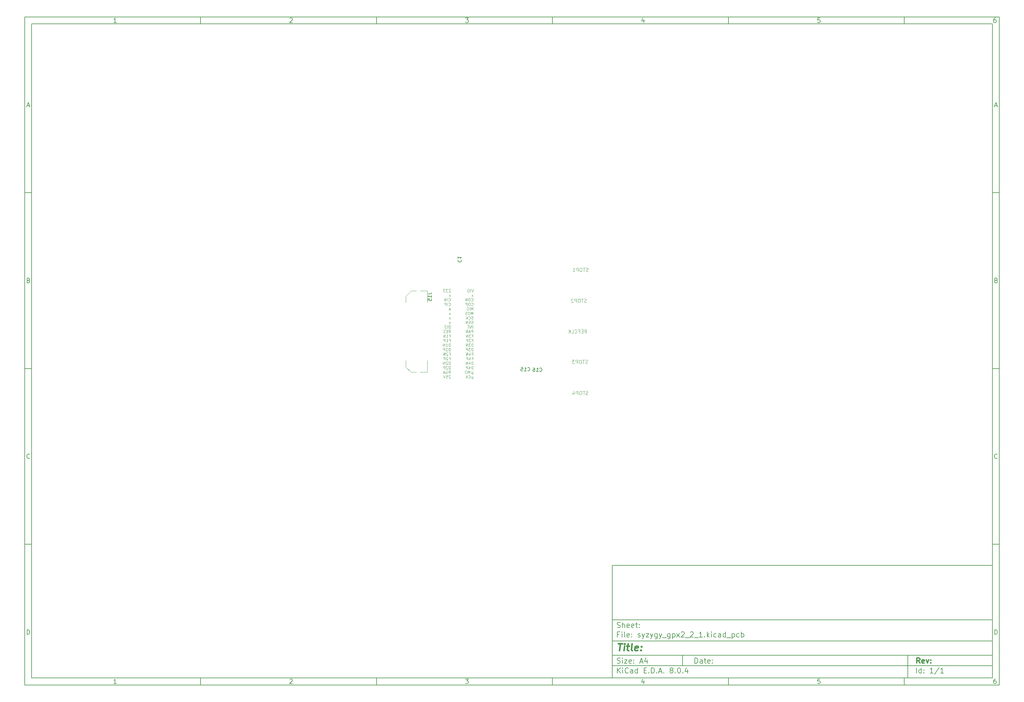
<source format=gbr>
%TF.GenerationSoftware,KiCad,Pcbnew,8.0.4*%
%TF.CreationDate,2025-07-14T14:52:45+02:00*%
%TF.ProjectId,syzygy_gpx2_2_1,73797a79-6779-45f6-9770-78325f325f31,rev?*%
%TF.SameCoordinates,Original*%
%TF.FileFunction,Legend,Bot*%
%TF.FilePolarity,Positive*%
%FSLAX46Y46*%
G04 Gerber Fmt 4.6, Leading zero omitted, Abs format (unit mm)*
G04 Created by KiCad (PCBNEW 8.0.4) date 2025-07-14 14:52:45*
%MOMM*%
%LPD*%
G01*
G04 APERTURE LIST*
%ADD10C,0.100000*%
%ADD11C,0.150000*%
%ADD12C,0.300000*%
%ADD13C,0.400000*%
%ADD14C,0.190500*%
%ADD15C,0.120000*%
G04 APERTURE END LIST*
D10*
D11*
X177002200Y-166007200D02*
X285002200Y-166007200D01*
X285002200Y-198007200D01*
X177002200Y-198007200D01*
X177002200Y-166007200D01*
D10*
D11*
X10000000Y-10000000D02*
X287002200Y-10000000D01*
X287002200Y-200007200D01*
X10000000Y-200007200D01*
X10000000Y-10000000D01*
D10*
D11*
X12000000Y-12000000D02*
X285002200Y-12000000D01*
X285002200Y-198007200D01*
X12000000Y-198007200D01*
X12000000Y-12000000D01*
D10*
D11*
X60000000Y-12000000D02*
X60000000Y-10000000D01*
D10*
D11*
X110000000Y-12000000D02*
X110000000Y-10000000D01*
D10*
D11*
X160000000Y-12000000D02*
X160000000Y-10000000D01*
D10*
D11*
X210000000Y-12000000D02*
X210000000Y-10000000D01*
D10*
D11*
X260000000Y-12000000D02*
X260000000Y-10000000D01*
D10*
D11*
X36089160Y-11593604D02*
X35346303Y-11593604D01*
X35717731Y-11593604D02*
X35717731Y-10293604D01*
X35717731Y-10293604D02*
X35593922Y-10479319D01*
X35593922Y-10479319D02*
X35470112Y-10603128D01*
X35470112Y-10603128D02*
X35346303Y-10665033D01*
D10*
D11*
X85346303Y-10417414D02*
X85408207Y-10355509D01*
X85408207Y-10355509D02*
X85532017Y-10293604D01*
X85532017Y-10293604D02*
X85841541Y-10293604D01*
X85841541Y-10293604D02*
X85965350Y-10355509D01*
X85965350Y-10355509D02*
X86027255Y-10417414D01*
X86027255Y-10417414D02*
X86089160Y-10541223D01*
X86089160Y-10541223D02*
X86089160Y-10665033D01*
X86089160Y-10665033D02*
X86027255Y-10850747D01*
X86027255Y-10850747D02*
X85284398Y-11593604D01*
X85284398Y-11593604D02*
X86089160Y-11593604D01*
D10*
D11*
X135284398Y-10293604D02*
X136089160Y-10293604D01*
X136089160Y-10293604D02*
X135655826Y-10788842D01*
X135655826Y-10788842D02*
X135841541Y-10788842D01*
X135841541Y-10788842D02*
X135965350Y-10850747D01*
X135965350Y-10850747D02*
X136027255Y-10912652D01*
X136027255Y-10912652D02*
X136089160Y-11036461D01*
X136089160Y-11036461D02*
X136089160Y-11345985D01*
X136089160Y-11345985D02*
X136027255Y-11469795D01*
X136027255Y-11469795D02*
X135965350Y-11531700D01*
X135965350Y-11531700D02*
X135841541Y-11593604D01*
X135841541Y-11593604D02*
X135470112Y-11593604D01*
X135470112Y-11593604D02*
X135346303Y-11531700D01*
X135346303Y-11531700D02*
X135284398Y-11469795D01*
D10*
D11*
X185965350Y-10726938D02*
X185965350Y-11593604D01*
X185655826Y-10231700D02*
X185346303Y-11160271D01*
X185346303Y-11160271D02*
X186151064Y-11160271D01*
D10*
D11*
X236027255Y-10293604D02*
X235408207Y-10293604D01*
X235408207Y-10293604D02*
X235346303Y-10912652D01*
X235346303Y-10912652D02*
X235408207Y-10850747D01*
X235408207Y-10850747D02*
X235532017Y-10788842D01*
X235532017Y-10788842D02*
X235841541Y-10788842D01*
X235841541Y-10788842D02*
X235965350Y-10850747D01*
X235965350Y-10850747D02*
X236027255Y-10912652D01*
X236027255Y-10912652D02*
X236089160Y-11036461D01*
X236089160Y-11036461D02*
X236089160Y-11345985D01*
X236089160Y-11345985D02*
X236027255Y-11469795D01*
X236027255Y-11469795D02*
X235965350Y-11531700D01*
X235965350Y-11531700D02*
X235841541Y-11593604D01*
X235841541Y-11593604D02*
X235532017Y-11593604D01*
X235532017Y-11593604D02*
X235408207Y-11531700D01*
X235408207Y-11531700D02*
X235346303Y-11469795D01*
D10*
D11*
X285965350Y-10293604D02*
X285717731Y-10293604D01*
X285717731Y-10293604D02*
X285593922Y-10355509D01*
X285593922Y-10355509D02*
X285532017Y-10417414D01*
X285532017Y-10417414D02*
X285408207Y-10603128D01*
X285408207Y-10603128D02*
X285346303Y-10850747D01*
X285346303Y-10850747D02*
X285346303Y-11345985D01*
X285346303Y-11345985D02*
X285408207Y-11469795D01*
X285408207Y-11469795D02*
X285470112Y-11531700D01*
X285470112Y-11531700D02*
X285593922Y-11593604D01*
X285593922Y-11593604D02*
X285841541Y-11593604D01*
X285841541Y-11593604D02*
X285965350Y-11531700D01*
X285965350Y-11531700D02*
X286027255Y-11469795D01*
X286027255Y-11469795D02*
X286089160Y-11345985D01*
X286089160Y-11345985D02*
X286089160Y-11036461D01*
X286089160Y-11036461D02*
X286027255Y-10912652D01*
X286027255Y-10912652D02*
X285965350Y-10850747D01*
X285965350Y-10850747D02*
X285841541Y-10788842D01*
X285841541Y-10788842D02*
X285593922Y-10788842D01*
X285593922Y-10788842D02*
X285470112Y-10850747D01*
X285470112Y-10850747D02*
X285408207Y-10912652D01*
X285408207Y-10912652D02*
X285346303Y-11036461D01*
D10*
D11*
X60000000Y-198007200D02*
X60000000Y-200007200D01*
D10*
D11*
X110000000Y-198007200D02*
X110000000Y-200007200D01*
D10*
D11*
X160000000Y-198007200D02*
X160000000Y-200007200D01*
D10*
D11*
X210000000Y-198007200D02*
X210000000Y-200007200D01*
D10*
D11*
X260000000Y-198007200D02*
X260000000Y-200007200D01*
D10*
D11*
X36089160Y-199600804D02*
X35346303Y-199600804D01*
X35717731Y-199600804D02*
X35717731Y-198300804D01*
X35717731Y-198300804D02*
X35593922Y-198486519D01*
X35593922Y-198486519D02*
X35470112Y-198610328D01*
X35470112Y-198610328D02*
X35346303Y-198672233D01*
D10*
D11*
X85346303Y-198424614D02*
X85408207Y-198362709D01*
X85408207Y-198362709D02*
X85532017Y-198300804D01*
X85532017Y-198300804D02*
X85841541Y-198300804D01*
X85841541Y-198300804D02*
X85965350Y-198362709D01*
X85965350Y-198362709D02*
X86027255Y-198424614D01*
X86027255Y-198424614D02*
X86089160Y-198548423D01*
X86089160Y-198548423D02*
X86089160Y-198672233D01*
X86089160Y-198672233D02*
X86027255Y-198857947D01*
X86027255Y-198857947D02*
X85284398Y-199600804D01*
X85284398Y-199600804D02*
X86089160Y-199600804D01*
D10*
D11*
X135284398Y-198300804D02*
X136089160Y-198300804D01*
X136089160Y-198300804D02*
X135655826Y-198796042D01*
X135655826Y-198796042D02*
X135841541Y-198796042D01*
X135841541Y-198796042D02*
X135965350Y-198857947D01*
X135965350Y-198857947D02*
X136027255Y-198919852D01*
X136027255Y-198919852D02*
X136089160Y-199043661D01*
X136089160Y-199043661D02*
X136089160Y-199353185D01*
X136089160Y-199353185D02*
X136027255Y-199476995D01*
X136027255Y-199476995D02*
X135965350Y-199538900D01*
X135965350Y-199538900D02*
X135841541Y-199600804D01*
X135841541Y-199600804D02*
X135470112Y-199600804D01*
X135470112Y-199600804D02*
X135346303Y-199538900D01*
X135346303Y-199538900D02*
X135284398Y-199476995D01*
D10*
D11*
X185965350Y-198734138D02*
X185965350Y-199600804D01*
X185655826Y-198238900D02*
X185346303Y-199167471D01*
X185346303Y-199167471D02*
X186151064Y-199167471D01*
D10*
D11*
X236027255Y-198300804D02*
X235408207Y-198300804D01*
X235408207Y-198300804D02*
X235346303Y-198919852D01*
X235346303Y-198919852D02*
X235408207Y-198857947D01*
X235408207Y-198857947D02*
X235532017Y-198796042D01*
X235532017Y-198796042D02*
X235841541Y-198796042D01*
X235841541Y-198796042D02*
X235965350Y-198857947D01*
X235965350Y-198857947D02*
X236027255Y-198919852D01*
X236027255Y-198919852D02*
X236089160Y-199043661D01*
X236089160Y-199043661D02*
X236089160Y-199353185D01*
X236089160Y-199353185D02*
X236027255Y-199476995D01*
X236027255Y-199476995D02*
X235965350Y-199538900D01*
X235965350Y-199538900D02*
X235841541Y-199600804D01*
X235841541Y-199600804D02*
X235532017Y-199600804D01*
X235532017Y-199600804D02*
X235408207Y-199538900D01*
X235408207Y-199538900D02*
X235346303Y-199476995D01*
D10*
D11*
X285965350Y-198300804D02*
X285717731Y-198300804D01*
X285717731Y-198300804D02*
X285593922Y-198362709D01*
X285593922Y-198362709D02*
X285532017Y-198424614D01*
X285532017Y-198424614D02*
X285408207Y-198610328D01*
X285408207Y-198610328D02*
X285346303Y-198857947D01*
X285346303Y-198857947D02*
X285346303Y-199353185D01*
X285346303Y-199353185D02*
X285408207Y-199476995D01*
X285408207Y-199476995D02*
X285470112Y-199538900D01*
X285470112Y-199538900D02*
X285593922Y-199600804D01*
X285593922Y-199600804D02*
X285841541Y-199600804D01*
X285841541Y-199600804D02*
X285965350Y-199538900D01*
X285965350Y-199538900D02*
X286027255Y-199476995D01*
X286027255Y-199476995D02*
X286089160Y-199353185D01*
X286089160Y-199353185D02*
X286089160Y-199043661D01*
X286089160Y-199043661D02*
X286027255Y-198919852D01*
X286027255Y-198919852D02*
X285965350Y-198857947D01*
X285965350Y-198857947D02*
X285841541Y-198796042D01*
X285841541Y-198796042D02*
X285593922Y-198796042D01*
X285593922Y-198796042D02*
X285470112Y-198857947D01*
X285470112Y-198857947D02*
X285408207Y-198919852D01*
X285408207Y-198919852D02*
X285346303Y-199043661D01*
D10*
D11*
X10000000Y-60000000D02*
X12000000Y-60000000D01*
D10*
D11*
X10000000Y-110000000D02*
X12000000Y-110000000D01*
D10*
D11*
X10000000Y-160000000D02*
X12000000Y-160000000D01*
D10*
D11*
X10690476Y-35222176D02*
X11309523Y-35222176D01*
X10566666Y-35593604D02*
X10999999Y-34293604D01*
X10999999Y-34293604D02*
X11433333Y-35593604D01*
D10*
D11*
X11092857Y-84912652D02*
X11278571Y-84974557D01*
X11278571Y-84974557D02*
X11340476Y-85036461D01*
X11340476Y-85036461D02*
X11402380Y-85160271D01*
X11402380Y-85160271D02*
X11402380Y-85345985D01*
X11402380Y-85345985D02*
X11340476Y-85469795D01*
X11340476Y-85469795D02*
X11278571Y-85531700D01*
X11278571Y-85531700D02*
X11154761Y-85593604D01*
X11154761Y-85593604D02*
X10659523Y-85593604D01*
X10659523Y-85593604D02*
X10659523Y-84293604D01*
X10659523Y-84293604D02*
X11092857Y-84293604D01*
X11092857Y-84293604D02*
X11216666Y-84355509D01*
X11216666Y-84355509D02*
X11278571Y-84417414D01*
X11278571Y-84417414D02*
X11340476Y-84541223D01*
X11340476Y-84541223D02*
X11340476Y-84665033D01*
X11340476Y-84665033D02*
X11278571Y-84788842D01*
X11278571Y-84788842D02*
X11216666Y-84850747D01*
X11216666Y-84850747D02*
X11092857Y-84912652D01*
X11092857Y-84912652D02*
X10659523Y-84912652D01*
D10*
D11*
X11402380Y-135469795D02*
X11340476Y-135531700D01*
X11340476Y-135531700D02*
X11154761Y-135593604D01*
X11154761Y-135593604D02*
X11030952Y-135593604D01*
X11030952Y-135593604D02*
X10845238Y-135531700D01*
X10845238Y-135531700D02*
X10721428Y-135407890D01*
X10721428Y-135407890D02*
X10659523Y-135284080D01*
X10659523Y-135284080D02*
X10597619Y-135036461D01*
X10597619Y-135036461D02*
X10597619Y-134850747D01*
X10597619Y-134850747D02*
X10659523Y-134603128D01*
X10659523Y-134603128D02*
X10721428Y-134479319D01*
X10721428Y-134479319D02*
X10845238Y-134355509D01*
X10845238Y-134355509D02*
X11030952Y-134293604D01*
X11030952Y-134293604D02*
X11154761Y-134293604D01*
X11154761Y-134293604D02*
X11340476Y-134355509D01*
X11340476Y-134355509D02*
X11402380Y-134417414D01*
D10*
D11*
X10659523Y-185593604D02*
X10659523Y-184293604D01*
X10659523Y-184293604D02*
X10969047Y-184293604D01*
X10969047Y-184293604D02*
X11154761Y-184355509D01*
X11154761Y-184355509D02*
X11278571Y-184479319D01*
X11278571Y-184479319D02*
X11340476Y-184603128D01*
X11340476Y-184603128D02*
X11402380Y-184850747D01*
X11402380Y-184850747D02*
X11402380Y-185036461D01*
X11402380Y-185036461D02*
X11340476Y-185284080D01*
X11340476Y-185284080D02*
X11278571Y-185407890D01*
X11278571Y-185407890D02*
X11154761Y-185531700D01*
X11154761Y-185531700D02*
X10969047Y-185593604D01*
X10969047Y-185593604D02*
X10659523Y-185593604D01*
D10*
D11*
X287002200Y-60000000D02*
X285002200Y-60000000D01*
D10*
D11*
X287002200Y-110000000D02*
X285002200Y-110000000D01*
D10*
D11*
X287002200Y-160000000D02*
X285002200Y-160000000D01*
D10*
D11*
X285692676Y-35222176D02*
X286311723Y-35222176D01*
X285568866Y-35593604D02*
X286002199Y-34293604D01*
X286002199Y-34293604D02*
X286435533Y-35593604D01*
D10*
D11*
X286095057Y-84912652D02*
X286280771Y-84974557D01*
X286280771Y-84974557D02*
X286342676Y-85036461D01*
X286342676Y-85036461D02*
X286404580Y-85160271D01*
X286404580Y-85160271D02*
X286404580Y-85345985D01*
X286404580Y-85345985D02*
X286342676Y-85469795D01*
X286342676Y-85469795D02*
X286280771Y-85531700D01*
X286280771Y-85531700D02*
X286156961Y-85593604D01*
X286156961Y-85593604D02*
X285661723Y-85593604D01*
X285661723Y-85593604D02*
X285661723Y-84293604D01*
X285661723Y-84293604D02*
X286095057Y-84293604D01*
X286095057Y-84293604D02*
X286218866Y-84355509D01*
X286218866Y-84355509D02*
X286280771Y-84417414D01*
X286280771Y-84417414D02*
X286342676Y-84541223D01*
X286342676Y-84541223D02*
X286342676Y-84665033D01*
X286342676Y-84665033D02*
X286280771Y-84788842D01*
X286280771Y-84788842D02*
X286218866Y-84850747D01*
X286218866Y-84850747D02*
X286095057Y-84912652D01*
X286095057Y-84912652D02*
X285661723Y-84912652D01*
D10*
D11*
X286404580Y-135469795D02*
X286342676Y-135531700D01*
X286342676Y-135531700D02*
X286156961Y-135593604D01*
X286156961Y-135593604D02*
X286033152Y-135593604D01*
X286033152Y-135593604D02*
X285847438Y-135531700D01*
X285847438Y-135531700D02*
X285723628Y-135407890D01*
X285723628Y-135407890D02*
X285661723Y-135284080D01*
X285661723Y-135284080D02*
X285599819Y-135036461D01*
X285599819Y-135036461D02*
X285599819Y-134850747D01*
X285599819Y-134850747D02*
X285661723Y-134603128D01*
X285661723Y-134603128D02*
X285723628Y-134479319D01*
X285723628Y-134479319D02*
X285847438Y-134355509D01*
X285847438Y-134355509D02*
X286033152Y-134293604D01*
X286033152Y-134293604D02*
X286156961Y-134293604D01*
X286156961Y-134293604D02*
X286342676Y-134355509D01*
X286342676Y-134355509D02*
X286404580Y-134417414D01*
D10*
D11*
X285661723Y-185593604D02*
X285661723Y-184293604D01*
X285661723Y-184293604D02*
X285971247Y-184293604D01*
X285971247Y-184293604D02*
X286156961Y-184355509D01*
X286156961Y-184355509D02*
X286280771Y-184479319D01*
X286280771Y-184479319D02*
X286342676Y-184603128D01*
X286342676Y-184603128D02*
X286404580Y-184850747D01*
X286404580Y-184850747D02*
X286404580Y-185036461D01*
X286404580Y-185036461D02*
X286342676Y-185284080D01*
X286342676Y-185284080D02*
X286280771Y-185407890D01*
X286280771Y-185407890D02*
X286156961Y-185531700D01*
X286156961Y-185531700D02*
X285971247Y-185593604D01*
X285971247Y-185593604D02*
X285661723Y-185593604D01*
D10*
D11*
X200458026Y-193793328D02*
X200458026Y-192293328D01*
X200458026Y-192293328D02*
X200815169Y-192293328D01*
X200815169Y-192293328D02*
X201029455Y-192364757D01*
X201029455Y-192364757D02*
X201172312Y-192507614D01*
X201172312Y-192507614D02*
X201243741Y-192650471D01*
X201243741Y-192650471D02*
X201315169Y-192936185D01*
X201315169Y-192936185D02*
X201315169Y-193150471D01*
X201315169Y-193150471D02*
X201243741Y-193436185D01*
X201243741Y-193436185D02*
X201172312Y-193579042D01*
X201172312Y-193579042D02*
X201029455Y-193721900D01*
X201029455Y-193721900D02*
X200815169Y-193793328D01*
X200815169Y-193793328D02*
X200458026Y-193793328D01*
X202600884Y-193793328D02*
X202600884Y-193007614D01*
X202600884Y-193007614D02*
X202529455Y-192864757D01*
X202529455Y-192864757D02*
X202386598Y-192793328D01*
X202386598Y-192793328D02*
X202100884Y-192793328D01*
X202100884Y-192793328D02*
X201958026Y-192864757D01*
X202600884Y-193721900D02*
X202458026Y-193793328D01*
X202458026Y-193793328D02*
X202100884Y-193793328D01*
X202100884Y-193793328D02*
X201958026Y-193721900D01*
X201958026Y-193721900D02*
X201886598Y-193579042D01*
X201886598Y-193579042D02*
X201886598Y-193436185D01*
X201886598Y-193436185D02*
X201958026Y-193293328D01*
X201958026Y-193293328D02*
X202100884Y-193221900D01*
X202100884Y-193221900D02*
X202458026Y-193221900D01*
X202458026Y-193221900D02*
X202600884Y-193150471D01*
X203100884Y-192793328D02*
X203672312Y-192793328D01*
X203315169Y-192293328D02*
X203315169Y-193579042D01*
X203315169Y-193579042D02*
X203386598Y-193721900D01*
X203386598Y-193721900D02*
X203529455Y-193793328D01*
X203529455Y-193793328D02*
X203672312Y-193793328D01*
X204743741Y-193721900D02*
X204600884Y-193793328D01*
X204600884Y-193793328D02*
X204315170Y-193793328D01*
X204315170Y-193793328D02*
X204172312Y-193721900D01*
X204172312Y-193721900D02*
X204100884Y-193579042D01*
X204100884Y-193579042D02*
X204100884Y-193007614D01*
X204100884Y-193007614D02*
X204172312Y-192864757D01*
X204172312Y-192864757D02*
X204315170Y-192793328D01*
X204315170Y-192793328D02*
X204600884Y-192793328D01*
X204600884Y-192793328D02*
X204743741Y-192864757D01*
X204743741Y-192864757D02*
X204815170Y-193007614D01*
X204815170Y-193007614D02*
X204815170Y-193150471D01*
X204815170Y-193150471D02*
X204100884Y-193293328D01*
X205458026Y-193650471D02*
X205529455Y-193721900D01*
X205529455Y-193721900D02*
X205458026Y-193793328D01*
X205458026Y-193793328D02*
X205386598Y-193721900D01*
X205386598Y-193721900D02*
X205458026Y-193650471D01*
X205458026Y-193650471D02*
X205458026Y-193793328D01*
X205458026Y-192864757D02*
X205529455Y-192936185D01*
X205529455Y-192936185D02*
X205458026Y-193007614D01*
X205458026Y-193007614D02*
X205386598Y-192936185D01*
X205386598Y-192936185D02*
X205458026Y-192864757D01*
X205458026Y-192864757D02*
X205458026Y-193007614D01*
D10*
D11*
X177002200Y-194507200D02*
X285002200Y-194507200D01*
D10*
D11*
X178458026Y-196593328D02*
X178458026Y-195093328D01*
X179315169Y-196593328D02*
X178672312Y-195736185D01*
X179315169Y-195093328D02*
X178458026Y-195950471D01*
X179958026Y-196593328D02*
X179958026Y-195593328D01*
X179958026Y-195093328D02*
X179886598Y-195164757D01*
X179886598Y-195164757D02*
X179958026Y-195236185D01*
X179958026Y-195236185D02*
X180029455Y-195164757D01*
X180029455Y-195164757D02*
X179958026Y-195093328D01*
X179958026Y-195093328D02*
X179958026Y-195236185D01*
X181529455Y-196450471D02*
X181458027Y-196521900D01*
X181458027Y-196521900D02*
X181243741Y-196593328D01*
X181243741Y-196593328D02*
X181100884Y-196593328D01*
X181100884Y-196593328D02*
X180886598Y-196521900D01*
X180886598Y-196521900D02*
X180743741Y-196379042D01*
X180743741Y-196379042D02*
X180672312Y-196236185D01*
X180672312Y-196236185D02*
X180600884Y-195950471D01*
X180600884Y-195950471D02*
X180600884Y-195736185D01*
X180600884Y-195736185D02*
X180672312Y-195450471D01*
X180672312Y-195450471D02*
X180743741Y-195307614D01*
X180743741Y-195307614D02*
X180886598Y-195164757D01*
X180886598Y-195164757D02*
X181100884Y-195093328D01*
X181100884Y-195093328D02*
X181243741Y-195093328D01*
X181243741Y-195093328D02*
X181458027Y-195164757D01*
X181458027Y-195164757D02*
X181529455Y-195236185D01*
X182815170Y-196593328D02*
X182815170Y-195807614D01*
X182815170Y-195807614D02*
X182743741Y-195664757D01*
X182743741Y-195664757D02*
X182600884Y-195593328D01*
X182600884Y-195593328D02*
X182315170Y-195593328D01*
X182315170Y-195593328D02*
X182172312Y-195664757D01*
X182815170Y-196521900D02*
X182672312Y-196593328D01*
X182672312Y-196593328D02*
X182315170Y-196593328D01*
X182315170Y-196593328D02*
X182172312Y-196521900D01*
X182172312Y-196521900D02*
X182100884Y-196379042D01*
X182100884Y-196379042D02*
X182100884Y-196236185D01*
X182100884Y-196236185D02*
X182172312Y-196093328D01*
X182172312Y-196093328D02*
X182315170Y-196021900D01*
X182315170Y-196021900D02*
X182672312Y-196021900D01*
X182672312Y-196021900D02*
X182815170Y-195950471D01*
X184172313Y-196593328D02*
X184172313Y-195093328D01*
X184172313Y-196521900D02*
X184029455Y-196593328D01*
X184029455Y-196593328D02*
X183743741Y-196593328D01*
X183743741Y-196593328D02*
X183600884Y-196521900D01*
X183600884Y-196521900D02*
X183529455Y-196450471D01*
X183529455Y-196450471D02*
X183458027Y-196307614D01*
X183458027Y-196307614D02*
X183458027Y-195879042D01*
X183458027Y-195879042D02*
X183529455Y-195736185D01*
X183529455Y-195736185D02*
X183600884Y-195664757D01*
X183600884Y-195664757D02*
X183743741Y-195593328D01*
X183743741Y-195593328D02*
X184029455Y-195593328D01*
X184029455Y-195593328D02*
X184172313Y-195664757D01*
X186029455Y-195807614D02*
X186529455Y-195807614D01*
X186743741Y-196593328D02*
X186029455Y-196593328D01*
X186029455Y-196593328D02*
X186029455Y-195093328D01*
X186029455Y-195093328D02*
X186743741Y-195093328D01*
X187386598Y-196450471D02*
X187458027Y-196521900D01*
X187458027Y-196521900D02*
X187386598Y-196593328D01*
X187386598Y-196593328D02*
X187315170Y-196521900D01*
X187315170Y-196521900D02*
X187386598Y-196450471D01*
X187386598Y-196450471D02*
X187386598Y-196593328D01*
X188100884Y-196593328D02*
X188100884Y-195093328D01*
X188100884Y-195093328D02*
X188458027Y-195093328D01*
X188458027Y-195093328D02*
X188672313Y-195164757D01*
X188672313Y-195164757D02*
X188815170Y-195307614D01*
X188815170Y-195307614D02*
X188886599Y-195450471D01*
X188886599Y-195450471D02*
X188958027Y-195736185D01*
X188958027Y-195736185D02*
X188958027Y-195950471D01*
X188958027Y-195950471D02*
X188886599Y-196236185D01*
X188886599Y-196236185D02*
X188815170Y-196379042D01*
X188815170Y-196379042D02*
X188672313Y-196521900D01*
X188672313Y-196521900D02*
X188458027Y-196593328D01*
X188458027Y-196593328D02*
X188100884Y-196593328D01*
X189600884Y-196450471D02*
X189672313Y-196521900D01*
X189672313Y-196521900D02*
X189600884Y-196593328D01*
X189600884Y-196593328D02*
X189529456Y-196521900D01*
X189529456Y-196521900D02*
X189600884Y-196450471D01*
X189600884Y-196450471D02*
X189600884Y-196593328D01*
X190243742Y-196164757D02*
X190958028Y-196164757D01*
X190100885Y-196593328D02*
X190600885Y-195093328D01*
X190600885Y-195093328D02*
X191100885Y-196593328D01*
X191600884Y-196450471D02*
X191672313Y-196521900D01*
X191672313Y-196521900D02*
X191600884Y-196593328D01*
X191600884Y-196593328D02*
X191529456Y-196521900D01*
X191529456Y-196521900D02*
X191600884Y-196450471D01*
X191600884Y-196450471D02*
X191600884Y-196593328D01*
X193672313Y-195736185D02*
X193529456Y-195664757D01*
X193529456Y-195664757D02*
X193458027Y-195593328D01*
X193458027Y-195593328D02*
X193386599Y-195450471D01*
X193386599Y-195450471D02*
X193386599Y-195379042D01*
X193386599Y-195379042D02*
X193458027Y-195236185D01*
X193458027Y-195236185D02*
X193529456Y-195164757D01*
X193529456Y-195164757D02*
X193672313Y-195093328D01*
X193672313Y-195093328D02*
X193958027Y-195093328D01*
X193958027Y-195093328D02*
X194100885Y-195164757D01*
X194100885Y-195164757D02*
X194172313Y-195236185D01*
X194172313Y-195236185D02*
X194243742Y-195379042D01*
X194243742Y-195379042D02*
X194243742Y-195450471D01*
X194243742Y-195450471D02*
X194172313Y-195593328D01*
X194172313Y-195593328D02*
X194100885Y-195664757D01*
X194100885Y-195664757D02*
X193958027Y-195736185D01*
X193958027Y-195736185D02*
X193672313Y-195736185D01*
X193672313Y-195736185D02*
X193529456Y-195807614D01*
X193529456Y-195807614D02*
X193458027Y-195879042D01*
X193458027Y-195879042D02*
X193386599Y-196021900D01*
X193386599Y-196021900D02*
X193386599Y-196307614D01*
X193386599Y-196307614D02*
X193458027Y-196450471D01*
X193458027Y-196450471D02*
X193529456Y-196521900D01*
X193529456Y-196521900D02*
X193672313Y-196593328D01*
X193672313Y-196593328D02*
X193958027Y-196593328D01*
X193958027Y-196593328D02*
X194100885Y-196521900D01*
X194100885Y-196521900D02*
X194172313Y-196450471D01*
X194172313Y-196450471D02*
X194243742Y-196307614D01*
X194243742Y-196307614D02*
X194243742Y-196021900D01*
X194243742Y-196021900D02*
X194172313Y-195879042D01*
X194172313Y-195879042D02*
X194100885Y-195807614D01*
X194100885Y-195807614D02*
X193958027Y-195736185D01*
X194886598Y-196450471D02*
X194958027Y-196521900D01*
X194958027Y-196521900D02*
X194886598Y-196593328D01*
X194886598Y-196593328D02*
X194815170Y-196521900D01*
X194815170Y-196521900D02*
X194886598Y-196450471D01*
X194886598Y-196450471D02*
X194886598Y-196593328D01*
X195886599Y-195093328D02*
X196029456Y-195093328D01*
X196029456Y-195093328D02*
X196172313Y-195164757D01*
X196172313Y-195164757D02*
X196243742Y-195236185D01*
X196243742Y-195236185D02*
X196315170Y-195379042D01*
X196315170Y-195379042D02*
X196386599Y-195664757D01*
X196386599Y-195664757D02*
X196386599Y-196021900D01*
X196386599Y-196021900D02*
X196315170Y-196307614D01*
X196315170Y-196307614D02*
X196243742Y-196450471D01*
X196243742Y-196450471D02*
X196172313Y-196521900D01*
X196172313Y-196521900D02*
X196029456Y-196593328D01*
X196029456Y-196593328D02*
X195886599Y-196593328D01*
X195886599Y-196593328D02*
X195743742Y-196521900D01*
X195743742Y-196521900D02*
X195672313Y-196450471D01*
X195672313Y-196450471D02*
X195600884Y-196307614D01*
X195600884Y-196307614D02*
X195529456Y-196021900D01*
X195529456Y-196021900D02*
X195529456Y-195664757D01*
X195529456Y-195664757D02*
X195600884Y-195379042D01*
X195600884Y-195379042D02*
X195672313Y-195236185D01*
X195672313Y-195236185D02*
X195743742Y-195164757D01*
X195743742Y-195164757D02*
X195886599Y-195093328D01*
X197029455Y-196450471D02*
X197100884Y-196521900D01*
X197100884Y-196521900D02*
X197029455Y-196593328D01*
X197029455Y-196593328D02*
X196958027Y-196521900D01*
X196958027Y-196521900D02*
X197029455Y-196450471D01*
X197029455Y-196450471D02*
X197029455Y-196593328D01*
X198386599Y-195593328D02*
X198386599Y-196593328D01*
X198029456Y-195021900D02*
X197672313Y-196093328D01*
X197672313Y-196093328D02*
X198600884Y-196093328D01*
D10*
D11*
X177002200Y-191507200D02*
X285002200Y-191507200D01*
D10*
D12*
X264413853Y-193785528D02*
X263913853Y-193071242D01*
X263556710Y-193785528D02*
X263556710Y-192285528D01*
X263556710Y-192285528D02*
X264128139Y-192285528D01*
X264128139Y-192285528D02*
X264270996Y-192356957D01*
X264270996Y-192356957D02*
X264342425Y-192428385D01*
X264342425Y-192428385D02*
X264413853Y-192571242D01*
X264413853Y-192571242D02*
X264413853Y-192785528D01*
X264413853Y-192785528D02*
X264342425Y-192928385D01*
X264342425Y-192928385D02*
X264270996Y-192999814D01*
X264270996Y-192999814D02*
X264128139Y-193071242D01*
X264128139Y-193071242D02*
X263556710Y-193071242D01*
X265628139Y-193714100D02*
X265485282Y-193785528D01*
X265485282Y-193785528D02*
X265199568Y-193785528D01*
X265199568Y-193785528D02*
X265056710Y-193714100D01*
X265056710Y-193714100D02*
X264985282Y-193571242D01*
X264985282Y-193571242D02*
X264985282Y-192999814D01*
X264985282Y-192999814D02*
X265056710Y-192856957D01*
X265056710Y-192856957D02*
X265199568Y-192785528D01*
X265199568Y-192785528D02*
X265485282Y-192785528D01*
X265485282Y-192785528D02*
X265628139Y-192856957D01*
X265628139Y-192856957D02*
X265699568Y-192999814D01*
X265699568Y-192999814D02*
X265699568Y-193142671D01*
X265699568Y-193142671D02*
X264985282Y-193285528D01*
X266199567Y-192785528D02*
X266556710Y-193785528D01*
X266556710Y-193785528D02*
X266913853Y-192785528D01*
X267485281Y-193642671D02*
X267556710Y-193714100D01*
X267556710Y-193714100D02*
X267485281Y-193785528D01*
X267485281Y-193785528D02*
X267413853Y-193714100D01*
X267413853Y-193714100D02*
X267485281Y-193642671D01*
X267485281Y-193642671D02*
X267485281Y-193785528D01*
X267485281Y-192856957D02*
X267556710Y-192928385D01*
X267556710Y-192928385D02*
X267485281Y-192999814D01*
X267485281Y-192999814D02*
X267413853Y-192928385D01*
X267413853Y-192928385D02*
X267485281Y-192856957D01*
X267485281Y-192856957D02*
X267485281Y-192999814D01*
D10*
D11*
X178386598Y-193721900D02*
X178600884Y-193793328D01*
X178600884Y-193793328D02*
X178958026Y-193793328D01*
X178958026Y-193793328D02*
X179100884Y-193721900D01*
X179100884Y-193721900D02*
X179172312Y-193650471D01*
X179172312Y-193650471D02*
X179243741Y-193507614D01*
X179243741Y-193507614D02*
X179243741Y-193364757D01*
X179243741Y-193364757D02*
X179172312Y-193221900D01*
X179172312Y-193221900D02*
X179100884Y-193150471D01*
X179100884Y-193150471D02*
X178958026Y-193079042D01*
X178958026Y-193079042D02*
X178672312Y-193007614D01*
X178672312Y-193007614D02*
X178529455Y-192936185D01*
X178529455Y-192936185D02*
X178458026Y-192864757D01*
X178458026Y-192864757D02*
X178386598Y-192721900D01*
X178386598Y-192721900D02*
X178386598Y-192579042D01*
X178386598Y-192579042D02*
X178458026Y-192436185D01*
X178458026Y-192436185D02*
X178529455Y-192364757D01*
X178529455Y-192364757D02*
X178672312Y-192293328D01*
X178672312Y-192293328D02*
X179029455Y-192293328D01*
X179029455Y-192293328D02*
X179243741Y-192364757D01*
X179886597Y-193793328D02*
X179886597Y-192793328D01*
X179886597Y-192293328D02*
X179815169Y-192364757D01*
X179815169Y-192364757D02*
X179886597Y-192436185D01*
X179886597Y-192436185D02*
X179958026Y-192364757D01*
X179958026Y-192364757D02*
X179886597Y-192293328D01*
X179886597Y-192293328D02*
X179886597Y-192436185D01*
X180458026Y-192793328D02*
X181243741Y-192793328D01*
X181243741Y-192793328D02*
X180458026Y-193793328D01*
X180458026Y-193793328D02*
X181243741Y-193793328D01*
X182386598Y-193721900D02*
X182243741Y-193793328D01*
X182243741Y-193793328D02*
X181958027Y-193793328D01*
X181958027Y-193793328D02*
X181815169Y-193721900D01*
X181815169Y-193721900D02*
X181743741Y-193579042D01*
X181743741Y-193579042D02*
X181743741Y-193007614D01*
X181743741Y-193007614D02*
X181815169Y-192864757D01*
X181815169Y-192864757D02*
X181958027Y-192793328D01*
X181958027Y-192793328D02*
X182243741Y-192793328D01*
X182243741Y-192793328D02*
X182386598Y-192864757D01*
X182386598Y-192864757D02*
X182458027Y-193007614D01*
X182458027Y-193007614D02*
X182458027Y-193150471D01*
X182458027Y-193150471D02*
X181743741Y-193293328D01*
X183100883Y-193650471D02*
X183172312Y-193721900D01*
X183172312Y-193721900D02*
X183100883Y-193793328D01*
X183100883Y-193793328D02*
X183029455Y-193721900D01*
X183029455Y-193721900D02*
X183100883Y-193650471D01*
X183100883Y-193650471D02*
X183100883Y-193793328D01*
X183100883Y-192864757D02*
X183172312Y-192936185D01*
X183172312Y-192936185D02*
X183100883Y-193007614D01*
X183100883Y-193007614D02*
X183029455Y-192936185D01*
X183029455Y-192936185D02*
X183100883Y-192864757D01*
X183100883Y-192864757D02*
X183100883Y-193007614D01*
X184886598Y-193364757D02*
X185600884Y-193364757D01*
X184743741Y-193793328D02*
X185243741Y-192293328D01*
X185243741Y-192293328D02*
X185743741Y-193793328D01*
X186886598Y-192793328D02*
X186886598Y-193793328D01*
X186529455Y-192221900D02*
X186172312Y-193293328D01*
X186172312Y-193293328D02*
X187100883Y-193293328D01*
D10*
D11*
X263458026Y-196593328D02*
X263458026Y-195093328D01*
X264815170Y-196593328D02*
X264815170Y-195093328D01*
X264815170Y-196521900D02*
X264672312Y-196593328D01*
X264672312Y-196593328D02*
X264386598Y-196593328D01*
X264386598Y-196593328D02*
X264243741Y-196521900D01*
X264243741Y-196521900D02*
X264172312Y-196450471D01*
X264172312Y-196450471D02*
X264100884Y-196307614D01*
X264100884Y-196307614D02*
X264100884Y-195879042D01*
X264100884Y-195879042D02*
X264172312Y-195736185D01*
X264172312Y-195736185D02*
X264243741Y-195664757D01*
X264243741Y-195664757D02*
X264386598Y-195593328D01*
X264386598Y-195593328D02*
X264672312Y-195593328D01*
X264672312Y-195593328D02*
X264815170Y-195664757D01*
X265529455Y-196450471D02*
X265600884Y-196521900D01*
X265600884Y-196521900D02*
X265529455Y-196593328D01*
X265529455Y-196593328D02*
X265458027Y-196521900D01*
X265458027Y-196521900D02*
X265529455Y-196450471D01*
X265529455Y-196450471D02*
X265529455Y-196593328D01*
X265529455Y-195664757D02*
X265600884Y-195736185D01*
X265600884Y-195736185D02*
X265529455Y-195807614D01*
X265529455Y-195807614D02*
X265458027Y-195736185D01*
X265458027Y-195736185D02*
X265529455Y-195664757D01*
X265529455Y-195664757D02*
X265529455Y-195807614D01*
X268172313Y-196593328D02*
X267315170Y-196593328D01*
X267743741Y-196593328D02*
X267743741Y-195093328D01*
X267743741Y-195093328D02*
X267600884Y-195307614D01*
X267600884Y-195307614D02*
X267458027Y-195450471D01*
X267458027Y-195450471D02*
X267315170Y-195521900D01*
X269886598Y-195021900D02*
X268600884Y-196950471D01*
X271172313Y-196593328D02*
X270315170Y-196593328D01*
X270743741Y-196593328D02*
X270743741Y-195093328D01*
X270743741Y-195093328D02*
X270600884Y-195307614D01*
X270600884Y-195307614D02*
X270458027Y-195450471D01*
X270458027Y-195450471D02*
X270315170Y-195521900D01*
D10*
D11*
X177002200Y-187507200D02*
X285002200Y-187507200D01*
D10*
D13*
X178693928Y-188211638D02*
X179836785Y-188211638D01*
X179015357Y-190211638D02*
X179265357Y-188211638D01*
X180253452Y-190211638D02*
X180420119Y-188878304D01*
X180503452Y-188211638D02*
X180396309Y-188306876D01*
X180396309Y-188306876D02*
X180479643Y-188402114D01*
X180479643Y-188402114D02*
X180586786Y-188306876D01*
X180586786Y-188306876D02*
X180503452Y-188211638D01*
X180503452Y-188211638D02*
X180479643Y-188402114D01*
X181086786Y-188878304D02*
X181848690Y-188878304D01*
X181455833Y-188211638D02*
X181241548Y-189925923D01*
X181241548Y-189925923D02*
X181312976Y-190116400D01*
X181312976Y-190116400D02*
X181491548Y-190211638D01*
X181491548Y-190211638D02*
X181682024Y-190211638D01*
X182634405Y-190211638D02*
X182455833Y-190116400D01*
X182455833Y-190116400D02*
X182384405Y-189925923D01*
X182384405Y-189925923D02*
X182598690Y-188211638D01*
X184170119Y-190116400D02*
X183967738Y-190211638D01*
X183967738Y-190211638D02*
X183586785Y-190211638D01*
X183586785Y-190211638D02*
X183408214Y-190116400D01*
X183408214Y-190116400D02*
X183336785Y-189925923D01*
X183336785Y-189925923D02*
X183432024Y-189164019D01*
X183432024Y-189164019D02*
X183551071Y-188973542D01*
X183551071Y-188973542D02*
X183753452Y-188878304D01*
X183753452Y-188878304D02*
X184134404Y-188878304D01*
X184134404Y-188878304D02*
X184312976Y-188973542D01*
X184312976Y-188973542D02*
X184384404Y-189164019D01*
X184384404Y-189164019D02*
X184360595Y-189354495D01*
X184360595Y-189354495D02*
X183384404Y-189544971D01*
X185134405Y-190021161D02*
X185217738Y-190116400D01*
X185217738Y-190116400D02*
X185110595Y-190211638D01*
X185110595Y-190211638D02*
X185027262Y-190116400D01*
X185027262Y-190116400D02*
X185134405Y-190021161D01*
X185134405Y-190021161D02*
X185110595Y-190211638D01*
X185265357Y-188973542D02*
X185348690Y-189068780D01*
X185348690Y-189068780D02*
X185241548Y-189164019D01*
X185241548Y-189164019D02*
X185158214Y-189068780D01*
X185158214Y-189068780D02*
X185265357Y-188973542D01*
X185265357Y-188973542D02*
X185241548Y-189164019D01*
D10*
D11*
X178958026Y-185607614D02*
X178458026Y-185607614D01*
X178458026Y-186393328D02*
X178458026Y-184893328D01*
X178458026Y-184893328D02*
X179172312Y-184893328D01*
X179743740Y-186393328D02*
X179743740Y-185393328D01*
X179743740Y-184893328D02*
X179672312Y-184964757D01*
X179672312Y-184964757D02*
X179743740Y-185036185D01*
X179743740Y-185036185D02*
X179815169Y-184964757D01*
X179815169Y-184964757D02*
X179743740Y-184893328D01*
X179743740Y-184893328D02*
X179743740Y-185036185D01*
X180672312Y-186393328D02*
X180529455Y-186321900D01*
X180529455Y-186321900D02*
X180458026Y-186179042D01*
X180458026Y-186179042D02*
X180458026Y-184893328D01*
X181815169Y-186321900D02*
X181672312Y-186393328D01*
X181672312Y-186393328D02*
X181386598Y-186393328D01*
X181386598Y-186393328D02*
X181243740Y-186321900D01*
X181243740Y-186321900D02*
X181172312Y-186179042D01*
X181172312Y-186179042D02*
X181172312Y-185607614D01*
X181172312Y-185607614D02*
X181243740Y-185464757D01*
X181243740Y-185464757D02*
X181386598Y-185393328D01*
X181386598Y-185393328D02*
X181672312Y-185393328D01*
X181672312Y-185393328D02*
X181815169Y-185464757D01*
X181815169Y-185464757D02*
X181886598Y-185607614D01*
X181886598Y-185607614D02*
X181886598Y-185750471D01*
X181886598Y-185750471D02*
X181172312Y-185893328D01*
X182529454Y-186250471D02*
X182600883Y-186321900D01*
X182600883Y-186321900D02*
X182529454Y-186393328D01*
X182529454Y-186393328D02*
X182458026Y-186321900D01*
X182458026Y-186321900D02*
X182529454Y-186250471D01*
X182529454Y-186250471D02*
X182529454Y-186393328D01*
X182529454Y-185464757D02*
X182600883Y-185536185D01*
X182600883Y-185536185D02*
X182529454Y-185607614D01*
X182529454Y-185607614D02*
X182458026Y-185536185D01*
X182458026Y-185536185D02*
X182529454Y-185464757D01*
X182529454Y-185464757D02*
X182529454Y-185607614D01*
X184315169Y-186321900D02*
X184458026Y-186393328D01*
X184458026Y-186393328D02*
X184743740Y-186393328D01*
X184743740Y-186393328D02*
X184886597Y-186321900D01*
X184886597Y-186321900D02*
X184958026Y-186179042D01*
X184958026Y-186179042D02*
X184958026Y-186107614D01*
X184958026Y-186107614D02*
X184886597Y-185964757D01*
X184886597Y-185964757D02*
X184743740Y-185893328D01*
X184743740Y-185893328D02*
X184529455Y-185893328D01*
X184529455Y-185893328D02*
X184386597Y-185821900D01*
X184386597Y-185821900D02*
X184315169Y-185679042D01*
X184315169Y-185679042D02*
X184315169Y-185607614D01*
X184315169Y-185607614D02*
X184386597Y-185464757D01*
X184386597Y-185464757D02*
X184529455Y-185393328D01*
X184529455Y-185393328D02*
X184743740Y-185393328D01*
X184743740Y-185393328D02*
X184886597Y-185464757D01*
X185458026Y-185393328D02*
X185815169Y-186393328D01*
X186172312Y-185393328D02*
X185815169Y-186393328D01*
X185815169Y-186393328D02*
X185672312Y-186750471D01*
X185672312Y-186750471D02*
X185600883Y-186821900D01*
X185600883Y-186821900D02*
X185458026Y-186893328D01*
X186600883Y-185393328D02*
X187386598Y-185393328D01*
X187386598Y-185393328D02*
X186600883Y-186393328D01*
X186600883Y-186393328D02*
X187386598Y-186393328D01*
X187815169Y-185393328D02*
X188172312Y-186393328D01*
X188529455Y-185393328D02*
X188172312Y-186393328D01*
X188172312Y-186393328D02*
X188029455Y-186750471D01*
X188029455Y-186750471D02*
X187958026Y-186821900D01*
X187958026Y-186821900D02*
X187815169Y-186893328D01*
X189743741Y-185393328D02*
X189743741Y-186607614D01*
X189743741Y-186607614D02*
X189672312Y-186750471D01*
X189672312Y-186750471D02*
X189600883Y-186821900D01*
X189600883Y-186821900D02*
X189458026Y-186893328D01*
X189458026Y-186893328D02*
X189243741Y-186893328D01*
X189243741Y-186893328D02*
X189100883Y-186821900D01*
X189743741Y-186321900D02*
X189600883Y-186393328D01*
X189600883Y-186393328D02*
X189315169Y-186393328D01*
X189315169Y-186393328D02*
X189172312Y-186321900D01*
X189172312Y-186321900D02*
X189100883Y-186250471D01*
X189100883Y-186250471D02*
X189029455Y-186107614D01*
X189029455Y-186107614D02*
X189029455Y-185679042D01*
X189029455Y-185679042D02*
X189100883Y-185536185D01*
X189100883Y-185536185D02*
X189172312Y-185464757D01*
X189172312Y-185464757D02*
X189315169Y-185393328D01*
X189315169Y-185393328D02*
X189600883Y-185393328D01*
X189600883Y-185393328D02*
X189743741Y-185464757D01*
X190315169Y-185393328D02*
X190672312Y-186393328D01*
X191029455Y-185393328D02*
X190672312Y-186393328D01*
X190672312Y-186393328D02*
X190529455Y-186750471D01*
X190529455Y-186750471D02*
X190458026Y-186821900D01*
X190458026Y-186821900D02*
X190315169Y-186893328D01*
X191243741Y-186536185D02*
X192386598Y-186536185D01*
X193386598Y-185393328D02*
X193386598Y-186607614D01*
X193386598Y-186607614D02*
X193315169Y-186750471D01*
X193315169Y-186750471D02*
X193243740Y-186821900D01*
X193243740Y-186821900D02*
X193100883Y-186893328D01*
X193100883Y-186893328D02*
X192886598Y-186893328D01*
X192886598Y-186893328D02*
X192743740Y-186821900D01*
X193386598Y-186321900D02*
X193243740Y-186393328D01*
X193243740Y-186393328D02*
X192958026Y-186393328D01*
X192958026Y-186393328D02*
X192815169Y-186321900D01*
X192815169Y-186321900D02*
X192743740Y-186250471D01*
X192743740Y-186250471D02*
X192672312Y-186107614D01*
X192672312Y-186107614D02*
X192672312Y-185679042D01*
X192672312Y-185679042D02*
X192743740Y-185536185D01*
X192743740Y-185536185D02*
X192815169Y-185464757D01*
X192815169Y-185464757D02*
X192958026Y-185393328D01*
X192958026Y-185393328D02*
X193243740Y-185393328D01*
X193243740Y-185393328D02*
X193386598Y-185464757D01*
X194100883Y-185393328D02*
X194100883Y-186893328D01*
X194100883Y-185464757D02*
X194243741Y-185393328D01*
X194243741Y-185393328D02*
X194529455Y-185393328D01*
X194529455Y-185393328D02*
X194672312Y-185464757D01*
X194672312Y-185464757D02*
X194743741Y-185536185D01*
X194743741Y-185536185D02*
X194815169Y-185679042D01*
X194815169Y-185679042D02*
X194815169Y-186107614D01*
X194815169Y-186107614D02*
X194743741Y-186250471D01*
X194743741Y-186250471D02*
X194672312Y-186321900D01*
X194672312Y-186321900D02*
X194529455Y-186393328D01*
X194529455Y-186393328D02*
X194243741Y-186393328D01*
X194243741Y-186393328D02*
X194100883Y-186321900D01*
X195315169Y-186393328D02*
X196100884Y-185393328D01*
X195315169Y-185393328D02*
X196100884Y-186393328D01*
X196600884Y-185036185D02*
X196672312Y-184964757D01*
X196672312Y-184964757D02*
X196815170Y-184893328D01*
X196815170Y-184893328D02*
X197172312Y-184893328D01*
X197172312Y-184893328D02*
X197315170Y-184964757D01*
X197315170Y-184964757D02*
X197386598Y-185036185D01*
X197386598Y-185036185D02*
X197458027Y-185179042D01*
X197458027Y-185179042D02*
X197458027Y-185321900D01*
X197458027Y-185321900D02*
X197386598Y-185536185D01*
X197386598Y-185536185D02*
X196529455Y-186393328D01*
X196529455Y-186393328D02*
X197458027Y-186393328D01*
X197743741Y-186536185D02*
X198886598Y-186536185D01*
X199172312Y-185036185D02*
X199243740Y-184964757D01*
X199243740Y-184964757D02*
X199386598Y-184893328D01*
X199386598Y-184893328D02*
X199743740Y-184893328D01*
X199743740Y-184893328D02*
X199886598Y-184964757D01*
X199886598Y-184964757D02*
X199958026Y-185036185D01*
X199958026Y-185036185D02*
X200029455Y-185179042D01*
X200029455Y-185179042D02*
X200029455Y-185321900D01*
X200029455Y-185321900D02*
X199958026Y-185536185D01*
X199958026Y-185536185D02*
X199100883Y-186393328D01*
X199100883Y-186393328D02*
X200029455Y-186393328D01*
X200315169Y-186536185D02*
X201458026Y-186536185D01*
X202600883Y-186393328D02*
X201743740Y-186393328D01*
X202172311Y-186393328D02*
X202172311Y-184893328D01*
X202172311Y-184893328D02*
X202029454Y-185107614D01*
X202029454Y-185107614D02*
X201886597Y-185250471D01*
X201886597Y-185250471D02*
X201743740Y-185321900D01*
X203243739Y-186250471D02*
X203315168Y-186321900D01*
X203315168Y-186321900D02*
X203243739Y-186393328D01*
X203243739Y-186393328D02*
X203172311Y-186321900D01*
X203172311Y-186321900D02*
X203243739Y-186250471D01*
X203243739Y-186250471D02*
X203243739Y-186393328D01*
X203958025Y-186393328D02*
X203958025Y-184893328D01*
X204100883Y-185821900D02*
X204529454Y-186393328D01*
X204529454Y-185393328D02*
X203958025Y-185964757D01*
X205172311Y-186393328D02*
X205172311Y-185393328D01*
X205172311Y-184893328D02*
X205100883Y-184964757D01*
X205100883Y-184964757D02*
X205172311Y-185036185D01*
X205172311Y-185036185D02*
X205243740Y-184964757D01*
X205243740Y-184964757D02*
X205172311Y-184893328D01*
X205172311Y-184893328D02*
X205172311Y-185036185D01*
X206529455Y-186321900D02*
X206386597Y-186393328D01*
X206386597Y-186393328D02*
X206100883Y-186393328D01*
X206100883Y-186393328D02*
X205958026Y-186321900D01*
X205958026Y-186321900D02*
X205886597Y-186250471D01*
X205886597Y-186250471D02*
X205815169Y-186107614D01*
X205815169Y-186107614D02*
X205815169Y-185679042D01*
X205815169Y-185679042D02*
X205886597Y-185536185D01*
X205886597Y-185536185D02*
X205958026Y-185464757D01*
X205958026Y-185464757D02*
X206100883Y-185393328D01*
X206100883Y-185393328D02*
X206386597Y-185393328D01*
X206386597Y-185393328D02*
X206529455Y-185464757D01*
X207815169Y-186393328D02*
X207815169Y-185607614D01*
X207815169Y-185607614D02*
X207743740Y-185464757D01*
X207743740Y-185464757D02*
X207600883Y-185393328D01*
X207600883Y-185393328D02*
X207315169Y-185393328D01*
X207315169Y-185393328D02*
X207172311Y-185464757D01*
X207815169Y-186321900D02*
X207672311Y-186393328D01*
X207672311Y-186393328D02*
X207315169Y-186393328D01*
X207315169Y-186393328D02*
X207172311Y-186321900D01*
X207172311Y-186321900D02*
X207100883Y-186179042D01*
X207100883Y-186179042D02*
X207100883Y-186036185D01*
X207100883Y-186036185D02*
X207172311Y-185893328D01*
X207172311Y-185893328D02*
X207315169Y-185821900D01*
X207315169Y-185821900D02*
X207672311Y-185821900D01*
X207672311Y-185821900D02*
X207815169Y-185750471D01*
X209172312Y-186393328D02*
X209172312Y-184893328D01*
X209172312Y-186321900D02*
X209029454Y-186393328D01*
X209029454Y-186393328D02*
X208743740Y-186393328D01*
X208743740Y-186393328D02*
X208600883Y-186321900D01*
X208600883Y-186321900D02*
X208529454Y-186250471D01*
X208529454Y-186250471D02*
X208458026Y-186107614D01*
X208458026Y-186107614D02*
X208458026Y-185679042D01*
X208458026Y-185679042D02*
X208529454Y-185536185D01*
X208529454Y-185536185D02*
X208600883Y-185464757D01*
X208600883Y-185464757D02*
X208743740Y-185393328D01*
X208743740Y-185393328D02*
X209029454Y-185393328D01*
X209029454Y-185393328D02*
X209172312Y-185464757D01*
X209529455Y-186536185D02*
X210672312Y-186536185D01*
X211029454Y-185393328D02*
X211029454Y-186893328D01*
X211029454Y-185464757D02*
X211172312Y-185393328D01*
X211172312Y-185393328D02*
X211458026Y-185393328D01*
X211458026Y-185393328D02*
X211600883Y-185464757D01*
X211600883Y-185464757D02*
X211672312Y-185536185D01*
X211672312Y-185536185D02*
X211743740Y-185679042D01*
X211743740Y-185679042D02*
X211743740Y-186107614D01*
X211743740Y-186107614D02*
X211672312Y-186250471D01*
X211672312Y-186250471D02*
X211600883Y-186321900D01*
X211600883Y-186321900D02*
X211458026Y-186393328D01*
X211458026Y-186393328D02*
X211172312Y-186393328D01*
X211172312Y-186393328D02*
X211029454Y-186321900D01*
X213029455Y-186321900D02*
X212886597Y-186393328D01*
X212886597Y-186393328D02*
X212600883Y-186393328D01*
X212600883Y-186393328D02*
X212458026Y-186321900D01*
X212458026Y-186321900D02*
X212386597Y-186250471D01*
X212386597Y-186250471D02*
X212315169Y-186107614D01*
X212315169Y-186107614D02*
X212315169Y-185679042D01*
X212315169Y-185679042D02*
X212386597Y-185536185D01*
X212386597Y-185536185D02*
X212458026Y-185464757D01*
X212458026Y-185464757D02*
X212600883Y-185393328D01*
X212600883Y-185393328D02*
X212886597Y-185393328D01*
X212886597Y-185393328D02*
X213029455Y-185464757D01*
X213672311Y-186393328D02*
X213672311Y-184893328D01*
X213672311Y-185464757D02*
X213815169Y-185393328D01*
X213815169Y-185393328D02*
X214100883Y-185393328D01*
X214100883Y-185393328D02*
X214243740Y-185464757D01*
X214243740Y-185464757D02*
X214315169Y-185536185D01*
X214315169Y-185536185D02*
X214386597Y-185679042D01*
X214386597Y-185679042D02*
X214386597Y-186107614D01*
X214386597Y-186107614D02*
X214315169Y-186250471D01*
X214315169Y-186250471D02*
X214243740Y-186321900D01*
X214243740Y-186321900D02*
X214100883Y-186393328D01*
X214100883Y-186393328D02*
X213815169Y-186393328D01*
X213815169Y-186393328D02*
X213672311Y-186321900D01*
D10*
D11*
X177002200Y-181507200D02*
X285002200Y-181507200D01*
D10*
D11*
X178386598Y-183621900D02*
X178600884Y-183693328D01*
X178600884Y-183693328D02*
X178958026Y-183693328D01*
X178958026Y-183693328D02*
X179100884Y-183621900D01*
X179100884Y-183621900D02*
X179172312Y-183550471D01*
X179172312Y-183550471D02*
X179243741Y-183407614D01*
X179243741Y-183407614D02*
X179243741Y-183264757D01*
X179243741Y-183264757D02*
X179172312Y-183121900D01*
X179172312Y-183121900D02*
X179100884Y-183050471D01*
X179100884Y-183050471D02*
X178958026Y-182979042D01*
X178958026Y-182979042D02*
X178672312Y-182907614D01*
X178672312Y-182907614D02*
X178529455Y-182836185D01*
X178529455Y-182836185D02*
X178458026Y-182764757D01*
X178458026Y-182764757D02*
X178386598Y-182621900D01*
X178386598Y-182621900D02*
X178386598Y-182479042D01*
X178386598Y-182479042D02*
X178458026Y-182336185D01*
X178458026Y-182336185D02*
X178529455Y-182264757D01*
X178529455Y-182264757D02*
X178672312Y-182193328D01*
X178672312Y-182193328D02*
X179029455Y-182193328D01*
X179029455Y-182193328D02*
X179243741Y-182264757D01*
X179886597Y-183693328D02*
X179886597Y-182193328D01*
X180529455Y-183693328D02*
X180529455Y-182907614D01*
X180529455Y-182907614D02*
X180458026Y-182764757D01*
X180458026Y-182764757D02*
X180315169Y-182693328D01*
X180315169Y-182693328D02*
X180100883Y-182693328D01*
X180100883Y-182693328D02*
X179958026Y-182764757D01*
X179958026Y-182764757D02*
X179886597Y-182836185D01*
X181815169Y-183621900D02*
X181672312Y-183693328D01*
X181672312Y-183693328D02*
X181386598Y-183693328D01*
X181386598Y-183693328D02*
X181243740Y-183621900D01*
X181243740Y-183621900D02*
X181172312Y-183479042D01*
X181172312Y-183479042D02*
X181172312Y-182907614D01*
X181172312Y-182907614D02*
X181243740Y-182764757D01*
X181243740Y-182764757D02*
X181386598Y-182693328D01*
X181386598Y-182693328D02*
X181672312Y-182693328D01*
X181672312Y-182693328D02*
X181815169Y-182764757D01*
X181815169Y-182764757D02*
X181886598Y-182907614D01*
X181886598Y-182907614D02*
X181886598Y-183050471D01*
X181886598Y-183050471D02*
X181172312Y-183193328D01*
X183100883Y-183621900D02*
X182958026Y-183693328D01*
X182958026Y-183693328D02*
X182672312Y-183693328D01*
X182672312Y-183693328D02*
X182529454Y-183621900D01*
X182529454Y-183621900D02*
X182458026Y-183479042D01*
X182458026Y-183479042D02*
X182458026Y-182907614D01*
X182458026Y-182907614D02*
X182529454Y-182764757D01*
X182529454Y-182764757D02*
X182672312Y-182693328D01*
X182672312Y-182693328D02*
X182958026Y-182693328D01*
X182958026Y-182693328D02*
X183100883Y-182764757D01*
X183100883Y-182764757D02*
X183172312Y-182907614D01*
X183172312Y-182907614D02*
X183172312Y-183050471D01*
X183172312Y-183050471D02*
X182458026Y-183193328D01*
X183600883Y-182693328D02*
X184172311Y-182693328D01*
X183815168Y-182193328D02*
X183815168Y-183479042D01*
X183815168Y-183479042D02*
X183886597Y-183621900D01*
X183886597Y-183621900D02*
X184029454Y-183693328D01*
X184029454Y-183693328D02*
X184172311Y-183693328D01*
X184672311Y-183550471D02*
X184743740Y-183621900D01*
X184743740Y-183621900D02*
X184672311Y-183693328D01*
X184672311Y-183693328D02*
X184600883Y-183621900D01*
X184600883Y-183621900D02*
X184672311Y-183550471D01*
X184672311Y-183550471D02*
X184672311Y-183693328D01*
X184672311Y-182764757D02*
X184743740Y-182836185D01*
X184743740Y-182836185D02*
X184672311Y-182907614D01*
X184672311Y-182907614D02*
X184600883Y-182836185D01*
X184600883Y-182836185D02*
X184672311Y-182764757D01*
X184672311Y-182764757D02*
X184672311Y-182907614D01*
D10*
D11*
X197002200Y-191507200D02*
X197002200Y-194507200D01*
D10*
D11*
X261002200Y-191507200D02*
X261002200Y-198007200D01*
D10*
X169603734Y-91137800D02*
X169460877Y-91185419D01*
X169460877Y-91185419D02*
X169222782Y-91185419D01*
X169222782Y-91185419D02*
X169127544Y-91137800D01*
X169127544Y-91137800D02*
X169079925Y-91090180D01*
X169079925Y-91090180D02*
X169032306Y-90994942D01*
X169032306Y-90994942D02*
X169032306Y-90899704D01*
X169032306Y-90899704D02*
X169079925Y-90804466D01*
X169079925Y-90804466D02*
X169127544Y-90756847D01*
X169127544Y-90756847D02*
X169222782Y-90709228D01*
X169222782Y-90709228D02*
X169413258Y-90661609D01*
X169413258Y-90661609D02*
X169508496Y-90613990D01*
X169508496Y-90613990D02*
X169556115Y-90566371D01*
X169556115Y-90566371D02*
X169603734Y-90471133D01*
X169603734Y-90471133D02*
X169603734Y-90375895D01*
X169603734Y-90375895D02*
X169556115Y-90280657D01*
X169556115Y-90280657D02*
X169508496Y-90233038D01*
X169508496Y-90233038D02*
X169413258Y-90185419D01*
X169413258Y-90185419D02*
X169175163Y-90185419D01*
X169175163Y-90185419D02*
X169032306Y-90233038D01*
X168746591Y-90185419D02*
X168175163Y-90185419D01*
X168460877Y-91185419D02*
X168460877Y-90185419D01*
X167651353Y-90185419D02*
X167460877Y-90185419D01*
X167460877Y-90185419D02*
X167365639Y-90233038D01*
X167365639Y-90233038D02*
X167270401Y-90328276D01*
X167270401Y-90328276D02*
X167222782Y-90518752D01*
X167222782Y-90518752D02*
X167222782Y-90852085D01*
X167222782Y-90852085D02*
X167270401Y-91042561D01*
X167270401Y-91042561D02*
X167365639Y-91137800D01*
X167365639Y-91137800D02*
X167460877Y-91185419D01*
X167460877Y-91185419D02*
X167651353Y-91185419D01*
X167651353Y-91185419D02*
X167746591Y-91137800D01*
X167746591Y-91137800D02*
X167841829Y-91042561D01*
X167841829Y-91042561D02*
X167889448Y-90852085D01*
X167889448Y-90852085D02*
X167889448Y-90518752D01*
X167889448Y-90518752D02*
X167841829Y-90328276D01*
X167841829Y-90328276D02*
X167746591Y-90233038D01*
X167746591Y-90233038D02*
X167651353Y-90185419D01*
X166794210Y-91185419D02*
X166794210Y-90185419D01*
X166794210Y-90185419D02*
X166413258Y-90185419D01*
X166413258Y-90185419D02*
X166318020Y-90233038D01*
X166318020Y-90233038D02*
X166270401Y-90280657D01*
X166270401Y-90280657D02*
X166222782Y-90375895D01*
X166222782Y-90375895D02*
X166222782Y-90518752D01*
X166222782Y-90518752D02*
X166270401Y-90613990D01*
X166270401Y-90613990D02*
X166318020Y-90661609D01*
X166318020Y-90661609D02*
X166413258Y-90709228D01*
X166413258Y-90709228D02*
X166794210Y-90709228D01*
X165841829Y-90280657D02*
X165794210Y-90233038D01*
X165794210Y-90233038D02*
X165698972Y-90185419D01*
X165698972Y-90185419D02*
X165460877Y-90185419D01*
X165460877Y-90185419D02*
X165365639Y-90233038D01*
X165365639Y-90233038D02*
X165318020Y-90280657D01*
X165318020Y-90280657D02*
X165270401Y-90375895D01*
X165270401Y-90375895D02*
X165270401Y-90471133D01*
X165270401Y-90471133D02*
X165318020Y-90613990D01*
X165318020Y-90613990D02*
X165889448Y-91185419D01*
X165889448Y-91185419D02*
X165270401Y-91185419D01*
D11*
X133220419Y-79096666D02*
X133172800Y-79144285D01*
X133172800Y-79144285D02*
X133125180Y-79287142D01*
X133125180Y-79287142D02*
X133125180Y-79382380D01*
X133125180Y-79382380D02*
X133172800Y-79525237D01*
X133172800Y-79525237D02*
X133268038Y-79620475D01*
X133268038Y-79620475D02*
X133363276Y-79668094D01*
X133363276Y-79668094D02*
X133553752Y-79715713D01*
X133553752Y-79715713D02*
X133696609Y-79715713D01*
X133696609Y-79715713D02*
X133887085Y-79668094D01*
X133887085Y-79668094D02*
X133982323Y-79620475D01*
X133982323Y-79620475D02*
X134077561Y-79525237D01*
X134077561Y-79525237D02*
X134125180Y-79382380D01*
X134125180Y-79382380D02*
X134125180Y-79287142D01*
X134125180Y-79287142D02*
X134077561Y-79144285D01*
X134077561Y-79144285D02*
X134029942Y-79096666D01*
X133125180Y-78144285D02*
X133125180Y-78715713D01*
X133125180Y-78429999D02*
X134125180Y-78429999D01*
X134125180Y-78429999D02*
X133982323Y-78525237D01*
X133982323Y-78525237D02*
X133887085Y-78620475D01*
X133887085Y-78620475D02*
X133839466Y-78715713D01*
D10*
X170043734Y-117384856D02*
X169900877Y-117432475D01*
X169900877Y-117432475D02*
X169662782Y-117432475D01*
X169662782Y-117432475D02*
X169567544Y-117384856D01*
X169567544Y-117384856D02*
X169519925Y-117337236D01*
X169519925Y-117337236D02*
X169472306Y-117241998D01*
X169472306Y-117241998D02*
X169472306Y-117146760D01*
X169472306Y-117146760D02*
X169519925Y-117051522D01*
X169519925Y-117051522D02*
X169567544Y-117003903D01*
X169567544Y-117003903D02*
X169662782Y-116956284D01*
X169662782Y-116956284D02*
X169853258Y-116908665D01*
X169853258Y-116908665D02*
X169948496Y-116861046D01*
X169948496Y-116861046D02*
X169996115Y-116813427D01*
X169996115Y-116813427D02*
X170043734Y-116718189D01*
X170043734Y-116718189D02*
X170043734Y-116622951D01*
X170043734Y-116622951D02*
X169996115Y-116527713D01*
X169996115Y-116527713D02*
X169948496Y-116480094D01*
X169948496Y-116480094D02*
X169853258Y-116432475D01*
X169853258Y-116432475D02*
X169615163Y-116432475D01*
X169615163Y-116432475D02*
X169472306Y-116480094D01*
X169186591Y-116432475D02*
X168615163Y-116432475D01*
X168900877Y-117432475D02*
X168900877Y-116432475D01*
X168091353Y-116432475D02*
X167900877Y-116432475D01*
X167900877Y-116432475D02*
X167805639Y-116480094D01*
X167805639Y-116480094D02*
X167710401Y-116575332D01*
X167710401Y-116575332D02*
X167662782Y-116765808D01*
X167662782Y-116765808D02*
X167662782Y-117099141D01*
X167662782Y-117099141D02*
X167710401Y-117289617D01*
X167710401Y-117289617D02*
X167805639Y-117384856D01*
X167805639Y-117384856D02*
X167900877Y-117432475D01*
X167900877Y-117432475D02*
X168091353Y-117432475D01*
X168091353Y-117432475D02*
X168186591Y-117384856D01*
X168186591Y-117384856D02*
X168281829Y-117289617D01*
X168281829Y-117289617D02*
X168329448Y-117099141D01*
X168329448Y-117099141D02*
X168329448Y-116765808D01*
X168329448Y-116765808D02*
X168281829Y-116575332D01*
X168281829Y-116575332D02*
X168186591Y-116480094D01*
X168186591Y-116480094D02*
X168091353Y-116432475D01*
X167234210Y-117432475D02*
X167234210Y-116432475D01*
X167234210Y-116432475D02*
X166853258Y-116432475D01*
X166853258Y-116432475D02*
X166758020Y-116480094D01*
X166758020Y-116480094D02*
X166710401Y-116527713D01*
X166710401Y-116527713D02*
X166662782Y-116622951D01*
X166662782Y-116622951D02*
X166662782Y-116765808D01*
X166662782Y-116765808D02*
X166710401Y-116861046D01*
X166710401Y-116861046D02*
X166758020Y-116908665D01*
X166758020Y-116908665D02*
X166853258Y-116956284D01*
X166853258Y-116956284D02*
X167234210Y-116956284D01*
X165805639Y-116765808D02*
X165805639Y-117432475D01*
X166043734Y-116384856D02*
X166281829Y-117099141D01*
X166281829Y-117099141D02*
X165662782Y-117099141D01*
X131009925Y-87445750D02*
X130476591Y-87445750D01*
X130476591Y-87445750D02*
X131009925Y-88245750D01*
X131009925Y-88245750D02*
X130476591Y-88245750D01*
X130248020Y-87445750D02*
X129752782Y-87445750D01*
X129752782Y-87445750D02*
X130019448Y-87750512D01*
X130019448Y-87750512D02*
X129905163Y-87750512D01*
X129905163Y-87750512D02*
X129828972Y-87788607D01*
X129828972Y-87788607D02*
X129790877Y-87826702D01*
X129790877Y-87826702D02*
X129752782Y-87902893D01*
X129752782Y-87902893D02*
X129752782Y-88093369D01*
X129752782Y-88093369D02*
X129790877Y-88169559D01*
X129790877Y-88169559D02*
X129828972Y-88207655D01*
X129828972Y-88207655D02*
X129905163Y-88245750D01*
X129905163Y-88245750D02*
X130133734Y-88245750D01*
X130133734Y-88245750D02*
X130209925Y-88207655D01*
X130209925Y-88207655D02*
X130248020Y-88169559D01*
X129486115Y-87445750D02*
X128990877Y-87445750D01*
X128990877Y-87445750D02*
X129257543Y-87750512D01*
X129257543Y-87750512D02*
X129143258Y-87750512D01*
X129143258Y-87750512D02*
X129067067Y-87788607D01*
X129067067Y-87788607D02*
X129028972Y-87826702D01*
X129028972Y-87826702D02*
X128990877Y-87902893D01*
X128990877Y-87902893D02*
X128990877Y-88093369D01*
X128990877Y-88093369D02*
X129028972Y-88169559D01*
X129028972Y-88169559D02*
X129067067Y-88207655D01*
X129067067Y-88207655D02*
X129143258Y-88245750D01*
X129143258Y-88245750D02*
X129371829Y-88245750D01*
X129371829Y-88245750D02*
X129448020Y-88207655D01*
X129448020Y-88207655D02*
X129486115Y-88169559D01*
X131009925Y-89533705D02*
X130590877Y-89000371D01*
X131009925Y-89000371D02*
X130590877Y-89533705D01*
X130476591Y-90745469D02*
X130514687Y-90783565D01*
X130514687Y-90783565D02*
X130628972Y-90821660D01*
X130628972Y-90821660D02*
X130705163Y-90821660D01*
X130705163Y-90821660D02*
X130819449Y-90783565D01*
X130819449Y-90783565D02*
X130895639Y-90707374D01*
X130895639Y-90707374D02*
X130933734Y-90631184D01*
X130933734Y-90631184D02*
X130971830Y-90478803D01*
X130971830Y-90478803D02*
X130971830Y-90364517D01*
X130971830Y-90364517D02*
X130933734Y-90212136D01*
X130933734Y-90212136D02*
X130895639Y-90135945D01*
X130895639Y-90135945D02*
X130819449Y-90059755D01*
X130819449Y-90059755D02*
X130705163Y-90021660D01*
X130705163Y-90021660D02*
X130628972Y-90021660D01*
X130628972Y-90021660D02*
X130514687Y-90059755D01*
X130514687Y-90059755D02*
X130476591Y-90097850D01*
X130133734Y-90821660D02*
X130133734Y-90021660D01*
X129752782Y-90821660D02*
X129752782Y-90021660D01*
X129752782Y-90021660D02*
X129295639Y-90821660D01*
X129295639Y-90821660D02*
X129295639Y-90021660D01*
X130476591Y-92033424D02*
X130514687Y-92071520D01*
X130514687Y-92071520D02*
X130628972Y-92109615D01*
X130628972Y-92109615D02*
X130705163Y-92109615D01*
X130705163Y-92109615D02*
X130819449Y-92071520D01*
X130819449Y-92071520D02*
X130895639Y-91995329D01*
X130895639Y-91995329D02*
X130933734Y-91919139D01*
X130933734Y-91919139D02*
X130971830Y-91766758D01*
X130971830Y-91766758D02*
X130971830Y-91652472D01*
X130971830Y-91652472D02*
X130933734Y-91500091D01*
X130933734Y-91500091D02*
X130895639Y-91423900D01*
X130895639Y-91423900D02*
X130819449Y-91347710D01*
X130819449Y-91347710D02*
X130705163Y-91309615D01*
X130705163Y-91309615D02*
X130628972Y-91309615D01*
X130628972Y-91309615D02*
X130514687Y-91347710D01*
X130514687Y-91347710D02*
X130476591Y-91385805D01*
X130133734Y-92109615D02*
X130133734Y-91309615D01*
X129752782Y-92109615D02*
X129752782Y-91309615D01*
X129752782Y-91309615D02*
X129448020Y-91309615D01*
X129448020Y-91309615D02*
X129371830Y-91347710D01*
X129371830Y-91347710D02*
X129333735Y-91385805D01*
X129333735Y-91385805D02*
X129295639Y-91461996D01*
X129295639Y-91461996D02*
X129295639Y-91576281D01*
X129295639Y-91576281D02*
X129333735Y-91652472D01*
X129333735Y-91652472D02*
X129371830Y-91690567D01*
X129371830Y-91690567D02*
X129448020Y-91728662D01*
X129448020Y-91728662D02*
X129752782Y-91728662D01*
X131009925Y-93397570D02*
X130590877Y-92864236D01*
X131009925Y-92864236D02*
X130590877Y-93397570D01*
X131009925Y-94685525D02*
X130590877Y-94152191D01*
X131009925Y-94152191D02*
X130590877Y-94685525D01*
X131009925Y-95973480D02*
X130590877Y-95440146D01*
X131009925Y-95440146D02*
X130590877Y-95973480D01*
X131009925Y-97261435D02*
X130590877Y-96728101D01*
X131009925Y-96728101D02*
X130590877Y-97261435D01*
X130933734Y-98549390D02*
X130933734Y-97749390D01*
X130933734Y-97749390D02*
X130743258Y-97749390D01*
X130743258Y-97749390D02*
X130628972Y-97787485D01*
X130628972Y-97787485D02*
X130552782Y-97863675D01*
X130552782Y-97863675D02*
X130514687Y-97939866D01*
X130514687Y-97939866D02*
X130476591Y-98092247D01*
X130476591Y-98092247D02*
X130476591Y-98206533D01*
X130476591Y-98206533D02*
X130514687Y-98358914D01*
X130514687Y-98358914D02*
X130552782Y-98435104D01*
X130552782Y-98435104D02*
X130628972Y-98511295D01*
X130628972Y-98511295D02*
X130743258Y-98549390D01*
X130743258Y-98549390D02*
X130933734Y-98549390D01*
X130133734Y-98549390D02*
X130133734Y-97749390D01*
X129790878Y-98511295D02*
X129676592Y-98549390D01*
X129676592Y-98549390D02*
X129486116Y-98549390D01*
X129486116Y-98549390D02*
X129409925Y-98511295D01*
X129409925Y-98511295D02*
X129371830Y-98473199D01*
X129371830Y-98473199D02*
X129333735Y-98397009D01*
X129333735Y-98397009D02*
X129333735Y-98320818D01*
X129333735Y-98320818D02*
X129371830Y-98244628D01*
X129371830Y-98244628D02*
X129409925Y-98206533D01*
X129409925Y-98206533D02*
X129486116Y-98168437D01*
X129486116Y-98168437D02*
X129638497Y-98130342D01*
X129638497Y-98130342D02*
X129714687Y-98092247D01*
X129714687Y-98092247D02*
X129752782Y-98054152D01*
X129752782Y-98054152D02*
X129790878Y-97977961D01*
X129790878Y-97977961D02*
X129790878Y-97901771D01*
X129790878Y-97901771D02*
X129752782Y-97825580D01*
X129752782Y-97825580D02*
X129714687Y-97787485D01*
X129714687Y-97787485D02*
X129638497Y-97749390D01*
X129638497Y-97749390D02*
X129448020Y-97749390D01*
X129448020Y-97749390D02*
X129333735Y-97787485D01*
X130476591Y-99837345D02*
X130743258Y-99456392D01*
X130933734Y-99837345D02*
X130933734Y-99037345D01*
X130933734Y-99037345D02*
X130628972Y-99037345D01*
X130628972Y-99037345D02*
X130552782Y-99075440D01*
X130552782Y-99075440D02*
X130514687Y-99113535D01*
X130514687Y-99113535D02*
X130476591Y-99189726D01*
X130476591Y-99189726D02*
X130476591Y-99304011D01*
X130476591Y-99304011D02*
X130514687Y-99380202D01*
X130514687Y-99380202D02*
X130552782Y-99418297D01*
X130552782Y-99418297D02*
X130628972Y-99456392D01*
X130628972Y-99456392D02*
X130933734Y-99456392D01*
X130133734Y-99418297D02*
X129867068Y-99418297D01*
X129752782Y-99837345D02*
X130133734Y-99837345D01*
X130133734Y-99837345D02*
X130133734Y-99037345D01*
X130133734Y-99037345D02*
X129752782Y-99037345D01*
X129448020Y-99799250D02*
X129333734Y-99837345D01*
X129333734Y-99837345D02*
X129143258Y-99837345D01*
X129143258Y-99837345D02*
X129067067Y-99799250D01*
X129067067Y-99799250D02*
X129028972Y-99761154D01*
X129028972Y-99761154D02*
X128990877Y-99684964D01*
X128990877Y-99684964D02*
X128990877Y-99608773D01*
X128990877Y-99608773D02*
X129028972Y-99532583D01*
X129028972Y-99532583D02*
X129067067Y-99494488D01*
X129067067Y-99494488D02*
X129143258Y-99456392D01*
X129143258Y-99456392D02*
X129295639Y-99418297D01*
X129295639Y-99418297D02*
X129371829Y-99380202D01*
X129371829Y-99380202D02*
X129409924Y-99342107D01*
X129409924Y-99342107D02*
X129448020Y-99265916D01*
X129448020Y-99265916D02*
X129448020Y-99189726D01*
X129448020Y-99189726D02*
X129409924Y-99113535D01*
X129409924Y-99113535D02*
X129371829Y-99075440D01*
X129371829Y-99075440D02*
X129295639Y-99037345D01*
X129295639Y-99037345D02*
X129105162Y-99037345D01*
X129105162Y-99037345D02*
X128990877Y-99075440D01*
X130667068Y-100706252D02*
X130933734Y-100706252D01*
X130933734Y-101125300D02*
X130933734Y-100325300D01*
X130933734Y-100325300D02*
X130552782Y-100325300D01*
X129828973Y-101125300D02*
X130286116Y-101125300D01*
X130057544Y-101125300D02*
X130057544Y-100325300D01*
X130057544Y-100325300D02*
X130133735Y-100439585D01*
X130133735Y-100439585D02*
X130209925Y-100515776D01*
X130209925Y-100515776D02*
X130286116Y-100553871D01*
X129486115Y-101125300D02*
X129486115Y-100325300D01*
X129486115Y-100325300D02*
X129028972Y-101125300D01*
X129028972Y-101125300D02*
X129028972Y-100325300D01*
X130667068Y-101994207D02*
X130933734Y-101994207D01*
X130933734Y-102413255D02*
X130933734Y-101613255D01*
X130933734Y-101613255D02*
X130552782Y-101613255D01*
X129828973Y-102413255D02*
X130286116Y-102413255D01*
X130057544Y-102413255D02*
X130057544Y-101613255D01*
X130057544Y-101613255D02*
X130133735Y-101727540D01*
X130133735Y-101727540D02*
X130209925Y-101803731D01*
X130209925Y-101803731D02*
X130286116Y-101841826D01*
X129486115Y-102413255D02*
X129486115Y-101613255D01*
X129486115Y-101613255D02*
X129181353Y-101613255D01*
X129181353Y-101613255D02*
X129105163Y-101651350D01*
X129105163Y-101651350D02*
X129067068Y-101689445D01*
X129067068Y-101689445D02*
X129028972Y-101765636D01*
X129028972Y-101765636D02*
X129028972Y-101879921D01*
X129028972Y-101879921D02*
X129067068Y-101956112D01*
X129067068Y-101956112D02*
X129105163Y-101994207D01*
X129105163Y-101994207D02*
X129181353Y-102032302D01*
X129181353Y-102032302D02*
X129486115Y-102032302D01*
X130933734Y-103701210D02*
X130933734Y-102901210D01*
X130933734Y-102901210D02*
X130743258Y-102901210D01*
X130743258Y-102901210D02*
X130628972Y-102939305D01*
X130628972Y-102939305D02*
X130552782Y-103015495D01*
X130552782Y-103015495D02*
X130514687Y-103091686D01*
X130514687Y-103091686D02*
X130476591Y-103244067D01*
X130476591Y-103244067D02*
X130476591Y-103358353D01*
X130476591Y-103358353D02*
X130514687Y-103510734D01*
X130514687Y-103510734D02*
X130552782Y-103586924D01*
X130552782Y-103586924D02*
X130628972Y-103663115D01*
X130628972Y-103663115D02*
X130743258Y-103701210D01*
X130743258Y-103701210D02*
X130933734Y-103701210D01*
X129714687Y-103701210D02*
X130171830Y-103701210D01*
X129943258Y-103701210D02*
X129943258Y-102901210D01*
X129943258Y-102901210D02*
X130019449Y-103015495D01*
X130019449Y-103015495D02*
X130095639Y-103091686D01*
X130095639Y-103091686D02*
X130171830Y-103129781D01*
X129371829Y-103701210D02*
X129371829Y-102901210D01*
X129371829Y-102901210D02*
X128914686Y-103701210D01*
X128914686Y-103701210D02*
X128914686Y-102901210D01*
X130933734Y-104989165D02*
X130933734Y-104189165D01*
X130933734Y-104189165D02*
X130743258Y-104189165D01*
X130743258Y-104189165D02*
X130628972Y-104227260D01*
X130628972Y-104227260D02*
X130552782Y-104303450D01*
X130552782Y-104303450D02*
X130514687Y-104379641D01*
X130514687Y-104379641D02*
X130476591Y-104532022D01*
X130476591Y-104532022D02*
X130476591Y-104646308D01*
X130476591Y-104646308D02*
X130514687Y-104798689D01*
X130514687Y-104798689D02*
X130552782Y-104874879D01*
X130552782Y-104874879D02*
X130628972Y-104951070D01*
X130628972Y-104951070D02*
X130743258Y-104989165D01*
X130743258Y-104989165D02*
X130933734Y-104989165D01*
X129714687Y-104989165D02*
X130171830Y-104989165D01*
X129943258Y-104989165D02*
X129943258Y-104189165D01*
X129943258Y-104189165D02*
X130019449Y-104303450D01*
X130019449Y-104303450D02*
X130095639Y-104379641D01*
X130095639Y-104379641D02*
X130171830Y-104417736D01*
X129371829Y-104989165D02*
X129371829Y-104189165D01*
X129371829Y-104189165D02*
X129067067Y-104189165D01*
X129067067Y-104189165D02*
X128990877Y-104227260D01*
X128990877Y-104227260D02*
X128952782Y-104265355D01*
X128952782Y-104265355D02*
X128914686Y-104341546D01*
X128914686Y-104341546D02*
X128914686Y-104455831D01*
X128914686Y-104455831D02*
X128952782Y-104532022D01*
X128952782Y-104532022D02*
X128990877Y-104570117D01*
X128990877Y-104570117D02*
X129067067Y-104608212D01*
X129067067Y-104608212D02*
X129371829Y-104608212D01*
X130667068Y-105858072D02*
X130933734Y-105858072D01*
X130933734Y-106277120D02*
X130933734Y-105477120D01*
X130933734Y-105477120D02*
X130552782Y-105477120D01*
X130286116Y-105553310D02*
X130248020Y-105515215D01*
X130248020Y-105515215D02*
X130171830Y-105477120D01*
X130171830Y-105477120D02*
X129981354Y-105477120D01*
X129981354Y-105477120D02*
X129905163Y-105515215D01*
X129905163Y-105515215D02*
X129867068Y-105553310D01*
X129867068Y-105553310D02*
X129828973Y-105629501D01*
X129828973Y-105629501D02*
X129828973Y-105705691D01*
X129828973Y-105705691D02*
X129867068Y-105819977D01*
X129867068Y-105819977D02*
X130324211Y-106277120D01*
X130324211Y-106277120D02*
X129828973Y-106277120D01*
X129486115Y-106277120D02*
X129486115Y-105477120D01*
X129486115Y-105477120D02*
X129028972Y-106277120D01*
X129028972Y-106277120D02*
X129028972Y-105477120D01*
X130667068Y-107146027D02*
X130933734Y-107146027D01*
X130933734Y-107565075D02*
X130933734Y-106765075D01*
X130933734Y-106765075D02*
X130552782Y-106765075D01*
X130286116Y-106841265D02*
X130248020Y-106803170D01*
X130248020Y-106803170D02*
X130171830Y-106765075D01*
X130171830Y-106765075D02*
X129981354Y-106765075D01*
X129981354Y-106765075D02*
X129905163Y-106803170D01*
X129905163Y-106803170D02*
X129867068Y-106841265D01*
X129867068Y-106841265D02*
X129828973Y-106917456D01*
X129828973Y-106917456D02*
X129828973Y-106993646D01*
X129828973Y-106993646D02*
X129867068Y-107107932D01*
X129867068Y-107107932D02*
X130324211Y-107565075D01*
X130324211Y-107565075D02*
X129828973Y-107565075D01*
X129486115Y-107565075D02*
X129486115Y-106765075D01*
X129486115Y-106765075D02*
X129181353Y-106765075D01*
X129181353Y-106765075D02*
X129105163Y-106803170D01*
X129105163Y-106803170D02*
X129067068Y-106841265D01*
X129067068Y-106841265D02*
X129028972Y-106917456D01*
X129028972Y-106917456D02*
X129028972Y-107031741D01*
X129028972Y-107031741D02*
X129067068Y-107107932D01*
X129067068Y-107107932D02*
X129105163Y-107146027D01*
X129105163Y-107146027D02*
X129181353Y-107184122D01*
X129181353Y-107184122D02*
X129486115Y-107184122D01*
X130933734Y-108853030D02*
X130933734Y-108053030D01*
X130933734Y-108053030D02*
X130743258Y-108053030D01*
X130743258Y-108053030D02*
X130628972Y-108091125D01*
X130628972Y-108091125D02*
X130552782Y-108167315D01*
X130552782Y-108167315D02*
X130514687Y-108243506D01*
X130514687Y-108243506D02*
X130476591Y-108395887D01*
X130476591Y-108395887D02*
X130476591Y-108510173D01*
X130476591Y-108510173D02*
X130514687Y-108662554D01*
X130514687Y-108662554D02*
X130552782Y-108738744D01*
X130552782Y-108738744D02*
X130628972Y-108814935D01*
X130628972Y-108814935D02*
X130743258Y-108853030D01*
X130743258Y-108853030D02*
X130933734Y-108853030D01*
X130171830Y-108129220D02*
X130133734Y-108091125D01*
X130133734Y-108091125D02*
X130057544Y-108053030D01*
X130057544Y-108053030D02*
X129867068Y-108053030D01*
X129867068Y-108053030D02*
X129790877Y-108091125D01*
X129790877Y-108091125D02*
X129752782Y-108129220D01*
X129752782Y-108129220D02*
X129714687Y-108205411D01*
X129714687Y-108205411D02*
X129714687Y-108281601D01*
X129714687Y-108281601D02*
X129752782Y-108395887D01*
X129752782Y-108395887D02*
X130209925Y-108853030D01*
X130209925Y-108853030D02*
X129714687Y-108853030D01*
X129371829Y-108853030D02*
X129371829Y-108053030D01*
X129371829Y-108053030D02*
X128914686Y-108853030D01*
X128914686Y-108853030D02*
X128914686Y-108053030D01*
X130933734Y-110140985D02*
X130933734Y-109340985D01*
X130933734Y-109340985D02*
X130743258Y-109340985D01*
X130743258Y-109340985D02*
X130628972Y-109379080D01*
X130628972Y-109379080D02*
X130552782Y-109455270D01*
X130552782Y-109455270D02*
X130514687Y-109531461D01*
X130514687Y-109531461D02*
X130476591Y-109683842D01*
X130476591Y-109683842D02*
X130476591Y-109798128D01*
X130476591Y-109798128D02*
X130514687Y-109950509D01*
X130514687Y-109950509D02*
X130552782Y-110026699D01*
X130552782Y-110026699D02*
X130628972Y-110102890D01*
X130628972Y-110102890D02*
X130743258Y-110140985D01*
X130743258Y-110140985D02*
X130933734Y-110140985D01*
X130171830Y-109417175D02*
X130133734Y-109379080D01*
X130133734Y-109379080D02*
X130057544Y-109340985D01*
X130057544Y-109340985D02*
X129867068Y-109340985D01*
X129867068Y-109340985D02*
X129790877Y-109379080D01*
X129790877Y-109379080D02*
X129752782Y-109417175D01*
X129752782Y-109417175D02*
X129714687Y-109493366D01*
X129714687Y-109493366D02*
X129714687Y-109569556D01*
X129714687Y-109569556D02*
X129752782Y-109683842D01*
X129752782Y-109683842D02*
X130209925Y-110140985D01*
X130209925Y-110140985D02*
X129714687Y-110140985D01*
X129371829Y-110140985D02*
X129371829Y-109340985D01*
X129371829Y-109340985D02*
X129067067Y-109340985D01*
X129067067Y-109340985D02*
X128990877Y-109379080D01*
X128990877Y-109379080D02*
X128952782Y-109417175D01*
X128952782Y-109417175D02*
X128914686Y-109493366D01*
X128914686Y-109493366D02*
X128914686Y-109607651D01*
X128914686Y-109607651D02*
X128952782Y-109683842D01*
X128952782Y-109683842D02*
X128990877Y-109721937D01*
X128990877Y-109721937D02*
X129067067Y-109760032D01*
X129067067Y-109760032D02*
X129371829Y-109760032D01*
X130476591Y-111428940D02*
X130743258Y-111047987D01*
X130933734Y-111428940D02*
X130933734Y-110628940D01*
X130933734Y-110628940D02*
X130628972Y-110628940D01*
X130628972Y-110628940D02*
X130552782Y-110667035D01*
X130552782Y-110667035D02*
X130514687Y-110705130D01*
X130514687Y-110705130D02*
X130476591Y-110781321D01*
X130476591Y-110781321D02*
X130476591Y-110895606D01*
X130476591Y-110895606D02*
X130514687Y-110971797D01*
X130514687Y-110971797D02*
X130552782Y-111009892D01*
X130552782Y-111009892D02*
X130628972Y-111047987D01*
X130628972Y-111047987D02*
X130933734Y-111047987D01*
X129714687Y-110667035D02*
X129790877Y-110628940D01*
X129790877Y-110628940D02*
X129905163Y-110628940D01*
X129905163Y-110628940D02*
X130019449Y-110667035D01*
X130019449Y-110667035D02*
X130095639Y-110743225D01*
X130095639Y-110743225D02*
X130133734Y-110819416D01*
X130133734Y-110819416D02*
X130171830Y-110971797D01*
X130171830Y-110971797D02*
X130171830Y-111086083D01*
X130171830Y-111086083D02*
X130133734Y-111238464D01*
X130133734Y-111238464D02*
X130095639Y-111314654D01*
X130095639Y-111314654D02*
X130019449Y-111390845D01*
X130019449Y-111390845D02*
X129905163Y-111428940D01*
X129905163Y-111428940D02*
X129828972Y-111428940D01*
X129828972Y-111428940D02*
X129714687Y-111390845D01*
X129714687Y-111390845D02*
X129676591Y-111352749D01*
X129676591Y-111352749D02*
X129676591Y-111086083D01*
X129676591Y-111086083D02*
X129828972Y-111086083D01*
X129371830Y-111200368D02*
X128990877Y-111200368D01*
X129448020Y-111428940D02*
X129181353Y-110628940D01*
X129181353Y-110628940D02*
X128914687Y-111428940D01*
X131009925Y-111916895D02*
X130476591Y-111916895D01*
X130476591Y-111916895D02*
X131009925Y-112716895D01*
X131009925Y-112716895D02*
X130476591Y-112716895D01*
X129790877Y-111916895D02*
X130171829Y-111916895D01*
X130171829Y-111916895D02*
X130209925Y-112297847D01*
X130209925Y-112297847D02*
X130171829Y-112259752D01*
X130171829Y-112259752D02*
X130095639Y-112221657D01*
X130095639Y-112221657D02*
X129905163Y-112221657D01*
X129905163Y-112221657D02*
X129828972Y-112259752D01*
X129828972Y-112259752D02*
X129790877Y-112297847D01*
X129790877Y-112297847D02*
X129752782Y-112374038D01*
X129752782Y-112374038D02*
X129752782Y-112564514D01*
X129752782Y-112564514D02*
X129790877Y-112640704D01*
X129790877Y-112640704D02*
X129828972Y-112678800D01*
X129828972Y-112678800D02*
X129905163Y-112716895D01*
X129905163Y-112716895D02*
X130095639Y-112716895D01*
X130095639Y-112716895D02*
X130171829Y-112678800D01*
X130171829Y-112678800D02*
X130209925Y-112640704D01*
X129524210Y-111916895D02*
X129257543Y-112716895D01*
X129257543Y-112716895D02*
X128990877Y-111916895D01*
X170103734Y-82374800D02*
X169960877Y-82422419D01*
X169960877Y-82422419D02*
X169722782Y-82422419D01*
X169722782Y-82422419D02*
X169627544Y-82374800D01*
X169627544Y-82374800D02*
X169579925Y-82327180D01*
X169579925Y-82327180D02*
X169532306Y-82231942D01*
X169532306Y-82231942D02*
X169532306Y-82136704D01*
X169532306Y-82136704D02*
X169579925Y-82041466D01*
X169579925Y-82041466D02*
X169627544Y-81993847D01*
X169627544Y-81993847D02*
X169722782Y-81946228D01*
X169722782Y-81946228D02*
X169913258Y-81898609D01*
X169913258Y-81898609D02*
X170008496Y-81850990D01*
X170008496Y-81850990D02*
X170056115Y-81803371D01*
X170056115Y-81803371D02*
X170103734Y-81708133D01*
X170103734Y-81708133D02*
X170103734Y-81612895D01*
X170103734Y-81612895D02*
X170056115Y-81517657D01*
X170056115Y-81517657D02*
X170008496Y-81470038D01*
X170008496Y-81470038D02*
X169913258Y-81422419D01*
X169913258Y-81422419D02*
X169675163Y-81422419D01*
X169675163Y-81422419D02*
X169532306Y-81470038D01*
X169246591Y-81422419D02*
X168675163Y-81422419D01*
X168960877Y-82422419D02*
X168960877Y-81422419D01*
X168151353Y-81422419D02*
X167960877Y-81422419D01*
X167960877Y-81422419D02*
X167865639Y-81470038D01*
X167865639Y-81470038D02*
X167770401Y-81565276D01*
X167770401Y-81565276D02*
X167722782Y-81755752D01*
X167722782Y-81755752D02*
X167722782Y-82089085D01*
X167722782Y-82089085D02*
X167770401Y-82279561D01*
X167770401Y-82279561D02*
X167865639Y-82374800D01*
X167865639Y-82374800D02*
X167960877Y-82422419D01*
X167960877Y-82422419D02*
X168151353Y-82422419D01*
X168151353Y-82422419D02*
X168246591Y-82374800D01*
X168246591Y-82374800D02*
X168341829Y-82279561D01*
X168341829Y-82279561D02*
X168389448Y-82089085D01*
X168389448Y-82089085D02*
X168389448Y-81755752D01*
X168389448Y-81755752D02*
X168341829Y-81565276D01*
X168341829Y-81565276D02*
X168246591Y-81470038D01*
X168246591Y-81470038D02*
X168151353Y-81422419D01*
X167294210Y-82422419D02*
X167294210Y-81422419D01*
X167294210Y-81422419D02*
X166913258Y-81422419D01*
X166913258Y-81422419D02*
X166818020Y-81470038D01*
X166818020Y-81470038D02*
X166770401Y-81517657D01*
X166770401Y-81517657D02*
X166722782Y-81612895D01*
X166722782Y-81612895D02*
X166722782Y-81755752D01*
X166722782Y-81755752D02*
X166770401Y-81850990D01*
X166770401Y-81850990D02*
X166818020Y-81898609D01*
X166818020Y-81898609D02*
X166913258Y-81946228D01*
X166913258Y-81946228D02*
X167294210Y-81946228D01*
X165770401Y-82422419D02*
X166341829Y-82422419D01*
X166056115Y-82422419D02*
X166056115Y-81422419D01*
X166056115Y-81422419D02*
X166151353Y-81565276D01*
X166151353Y-81565276D02*
X166246591Y-81660514D01*
X166246591Y-81660514D02*
X166341829Y-81708133D01*
X169084687Y-99932419D02*
X169418020Y-99456228D01*
X169656115Y-99932419D02*
X169656115Y-98932419D01*
X169656115Y-98932419D02*
X169275163Y-98932419D01*
X169275163Y-98932419D02*
X169179925Y-98980038D01*
X169179925Y-98980038D02*
X169132306Y-99027657D01*
X169132306Y-99027657D02*
X169084687Y-99122895D01*
X169084687Y-99122895D02*
X169084687Y-99265752D01*
X169084687Y-99265752D02*
X169132306Y-99360990D01*
X169132306Y-99360990D02*
X169179925Y-99408609D01*
X169179925Y-99408609D02*
X169275163Y-99456228D01*
X169275163Y-99456228D02*
X169656115Y-99456228D01*
X168656115Y-99408609D02*
X168322782Y-99408609D01*
X168179925Y-99932419D02*
X168656115Y-99932419D01*
X168656115Y-99932419D02*
X168656115Y-98932419D01*
X168656115Y-98932419D02*
X168179925Y-98932419D01*
X167418020Y-99408609D02*
X167751353Y-99408609D01*
X167751353Y-99932419D02*
X167751353Y-98932419D01*
X167751353Y-98932419D02*
X167275163Y-98932419D01*
X166322782Y-99837180D02*
X166370401Y-99884800D01*
X166370401Y-99884800D02*
X166513258Y-99932419D01*
X166513258Y-99932419D02*
X166608496Y-99932419D01*
X166608496Y-99932419D02*
X166751353Y-99884800D01*
X166751353Y-99884800D02*
X166846591Y-99789561D01*
X166846591Y-99789561D02*
X166894210Y-99694323D01*
X166894210Y-99694323D02*
X166941829Y-99503847D01*
X166941829Y-99503847D02*
X166941829Y-99360990D01*
X166941829Y-99360990D02*
X166894210Y-99170514D01*
X166894210Y-99170514D02*
X166846591Y-99075276D01*
X166846591Y-99075276D02*
X166751353Y-98980038D01*
X166751353Y-98980038D02*
X166608496Y-98932419D01*
X166608496Y-98932419D02*
X166513258Y-98932419D01*
X166513258Y-98932419D02*
X166370401Y-98980038D01*
X166370401Y-98980038D02*
X166322782Y-99027657D01*
X165418020Y-99932419D02*
X165894210Y-99932419D01*
X165894210Y-99932419D02*
X165894210Y-98932419D01*
X165084686Y-99932419D02*
X165084686Y-98932419D01*
X164513258Y-99932419D02*
X164941829Y-99360990D01*
X164513258Y-98932419D02*
X165084686Y-99503847D01*
X169953734Y-108536800D02*
X169810877Y-108584419D01*
X169810877Y-108584419D02*
X169572782Y-108584419D01*
X169572782Y-108584419D02*
X169477544Y-108536800D01*
X169477544Y-108536800D02*
X169429925Y-108489180D01*
X169429925Y-108489180D02*
X169382306Y-108393942D01*
X169382306Y-108393942D02*
X169382306Y-108298704D01*
X169382306Y-108298704D02*
X169429925Y-108203466D01*
X169429925Y-108203466D02*
X169477544Y-108155847D01*
X169477544Y-108155847D02*
X169572782Y-108108228D01*
X169572782Y-108108228D02*
X169763258Y-108060609D01*
X169763258Y-108060609D02*
X169858496Y-108012990D01*
X169858496Y-108012990D02*
X169906115Y-107965371D01*
X169906115Y-107965371D02*
X169953734Y-107870133D01*
X169953734Y-107870133D02*
X169953734Y-107774895D01*
X169953734Y-107774895D02*
X169906115Y-107679657D01*
X169906115Y-107679657D02*
X169858496Y-107632038D01*
X169858496Y-107632038D02*
X169763258Y-107584419D01*
X169763258Y-107584419D02*
X169525163Y-107584419D01*
X169525163Y-107584419D02*
X169382306Y-107632038D01*
X169096591Y-107584419D02*
X168525163Y-107584419D01*
X168810877Y-108584419D02*
X168810877Y-107584419D01*
X168001353Y-107584419D02*
X167810877Y-107584419D01*
X167810877Y-107584419D02*
X167715639Y-107632038D01*
X167715639Y-107632038D02*
X167620401Y-107727276D01*
X167620401Y-107727276D02*
X167572782Y-107917752D01*
X167572782Y-107917752D02*
X167572782Y-108251085D01*
X167572782Y-108251085D02*
X167620401Y-108441561D01*
X167620401Y-108441561D02*
X167715639Y-108536800D01*
X167715639Y-108536800D02*
X167810877Y-108584419D01*
X167810877Y-108584419D02*
X168001353Y-108584419D01*
X168001353Y-108584419D02*
X168096591Y-108536800D01*
X168096591Y-108536800D02*
X168191829Y-108441561D01*
X168191829Y-108441561D02*
X168239448Y-108251085D01*
X168239448Y-108251085D02*
X168239448Y-107917752D01*
X168239448Y-107917752D02*
X168191829Y-107727276D01*
X168191829Y-107727276D02*
X168096591Y-107632038D01*
X168096591Y-107632038D02*
X168001353Y-107584419D01*
X167144210Y-108584419D02*
X167144210Y-107584419D01*
X167144210Y-107584419D02*
X166763258Y-107584419D01*
X166763258Y-107584419D02*
X166668020Y-107632038D01*
X166668020Y-107632038D02*
X166620401Y-107679657D01*
X166620401Y-107679657D02*
X166572782Y-107774895D01*
X166572782Y-107774895D02*
X166572782Y-107917752D01*
X166572782Y-107917752D02*
X166620401Y-108012990D01*
X166620401Y-108012990D02*
X166668020Y-108060609D01*
X166668020Y-108060609D02*
X166763258Y-108108228D01*
X166763258Y-108108228D02*
X167144210Y-108108228D01*
X166239448Y-107584419D02*
X165620401Y-107584419D01*
X165620401Y-107584419D02*
X165953734Y-107965371D01*
X165953734Y-107965371D02*
X165810877Y-107965371D01*
X165810877Y-107965371D02*
X165715639Y-108012990D01*
X165715639Y-108012990D02*
X165668020Y-108060609D01*
X165668020Y-108060609D02*
X165620401Y-108155847D01*
X165620401Y-108155847D02*
X165620401Y-108393942D01*
X165620401Y-108393942D02*
X165668020Y-108489180D01*
X165668020Y-108489180D02*
X165715639Y-108536800D01*
X165715639Y-108536800D02*
X165810877Y-108584419D01*
X165810877Y-108584419D02*
X166096591Y-108584419D01*
X166096591Y-108584419D02*
X166191829Y-108536800D01*
X166191829Y-108536800D02*
X166239448Y-108489180D01*
X137508020Y-87445750D02*
X137241353Y-88245750D01*
X137241353Y-88245750D02*
X136974687Y-87445750D01*
X136708020Y-88245750D02*
X136708020Y-87445750D01*
X136174687Y-87445750D02*
X136022306Y-87445750D01*
X136022306Y-87445750D02*
X135946116Y-87483845D01*
X135946116Y-87483845D02*
X135869925Y-87560035D01*
X135869925Y-87560035D02*
X135831830Y-87712416D01*
X135831830Y-87712416D02*
X135831830Y-87979083D01*
X135831830Y-87979083D02*
X135869925Y-88131464D01*
X135869925Y-88131464D02*
X135946116Y-88207655D01*
X135946116Y-88207655D02*
X136022306Y-88245750D01*
X136022306Y-88245750D02*
X136174687Y-88245750D01*
X136174687Y-88245750D02*
X136250878Y-88207655D01*
X136250878Y-88207655D02*
X136327068Y-88131464D01*
X136327068Y-88131464D02*
X136365164Y-87979083D01*
X136365164Y-87979083D02*
X136365164Y-87712416D01*
X136365164Y-87712416D02*
X136327068Y-87560035D01*
X136327068Y-87560035D02*
X136250878Y-87483845D01*
X136250878Y-87483845D02*
X136174687Y-87445750D01*
X137469925Y-89533705D02*
X137050877Y-89000371D01*
X137469925Y-89000371D02*
X137050877Y-89533705D01*
X136936591Y-90745469D02*
X136974687Y-90783565D01*
X136974687Y-90783565D02*
X137088972Y-90821660D01*
X137088972Y-90821660D02*
X137165163Y-90821660D01*
X137165163Y-90821660D02*
X137279449Y-90783565D01*
X137279449Y-90783565D02*
X137355639Y-90707374D01*
X137355639Y-90707374D02*
X137393734Y-90631184D01*
X137393734Y-90631184D02*
X137431830Y-90478803D01*
X137431830Y-90478803D02*
X137431830Y-90364517D01*
X137431830Y-90364517D02*
X137393734Y-90212136D01*
X137393734Y-90212136D02*
X137355639Y-90135945D01*
X137355639Y-90135945D02*
X137279449Y-90059755D01*
X137279449Y-90059755D02*
X137165163Y-90021660D01*
X137165163Y-90021660D02*
X137088972Y-90021660D01*
X137088972Y-90021660D02*
X136974687Y-90059755D01*
X136974687Y-90059755D02*
X136936591Y-90097850D01*
X136441353Y-90021660D02*
X136288972Y-90021660D01*
X136288972Y-90021660D02*
X136212782Y-90059755D01*
X136212782Y-90059755D02*
X136136591Y-90135945D01*
X136136591Y-90135945D02*
X136098496Y-90288326D01*
X136098496Y-90288326D02*
X136098496Y-90554993D01*
X136098496Y-90554993D02*
X136136591Y-90707374D01*
X136136591Y-90707374D02*
X136212782Y-90783565D01*
X136212782Y-90783565D02*
X136288972Y-90821660D01*
X136288972Y-90821660D02*
X136441353Y-90821660D01*
X136441353Y-90821660D02*
X136517544Y-90783565D01*
X136517544Y-90783565D02*
X136593734Y-90707374D01*
X136593734Y-90707374D02*
X136631830Y-90554993D01*
X136631830Y-90554993D02*
X136631830Y-90288326D01*
X136631830Y-90288326D02*
X136593734Y-90135945D01*
X136593734Y-90135945D02*
X136517544Y-90059755D01*
X136517544Y-90059755D02*
X136441353Y-90021660D01*
X135755639Y-90821660D02*
X135755639Y-90021660D01*
X135755639Y-90021660D02*
X135298496Y-90821660D01*
X135298496Y-90821660D02*
X135298496Y-90021660D01*
X136936591Y-92033424D02*
X136974687Y-92071520D01*
X136974687Y-92071520D02*
X137088972Y-92109615D01*
X137088972Y-92109615D02*
X137165163Y-92109615D01*
X137165163Y-92109615D02*
X137279449Y-92071520D01*
X137279449Y-92071520D02*
X137355639Y-91995329D01*
X137355639Y-91995329D02*
X137393734Y-91919139D01*
X137393734Y-91919139D02*
X137431830Y-91766758D01*
X137431830Y-91766758D02*
X137431830Y-91652472D01*
X137431830Y-91652472D02*
X137393734Y-91500091D01*
X137393734Y-91500091D02*
X137355639Y-91423900D01*
X137355639Y-91423900D02*
X137279449Y-91347710D01*
X137279449Y-91347710D02*
X137165163Y-91309615D01*
X137165163Y-91309615D02*
X137088972Y-91309615D01*
X137088972Y-91309615D02*
X136974687Y-91347710D01*
X136974687Y-91347710D02*
X136936591Y-91385805D01*
X136441353Y-91309615D02*
X136288972Y-91309615D01*
X136288972Y-91309615D02*
X136212782Y-91347710D01*
X136212782Y-91347710D02*
X136136591Y-91423900D01*
X136136591Y-91423900D02*
X136098496Y-91576281D01*
X136098496Y-91576281D02*
X136098496Y-91842948D01*
X136098496Y-91842948D02*
X136136591Y-91995329D01*
X136136591Y-91995329D02*
X136212782Y-92071520D01*
X136212782Y-92071520D02*
X136288972Y-92109615D01*
X136288972Y-92109615D02*
X136441353Y-92109615D01*
X136441353Y-92109615D02*
X136517544Y-92071520D01*
X136517544Y-92071520D02*
X136593734Y-91995329D01*
X136593734Y-91995329D02*
X136631830Y-91842948D01*
X136631830Y-91842948D02*
X136631830Y-91576281D01*
X136631830Y-91576281D02*
X136593734Y-91423900D01*
X136593734Y-91423900D02*
X136517544Y-91347710D01*
X136517544Y-91347710D02*
X136441353Y-91309615D01*
X135755639Y-92109615D02*
X135755639Y-91309615D01*
X135755639Y-91309615D02*
X135450877Y-91309615D01*
X135450877Y-91309615D02*
X135374687Y-91347710D01*
X135374687Y-91347710D02*
X135336592Y-91385805D01*
X135336592Y-91385805D02*
X135298496Y-91461996D01*
X135298496Y-91461996D02*
X135298496Y-91576281D01*
X135298496Y-91576281D02*
X135336592Y-91652472D01*
X135336592Y-91652472D02*
X135374687Y-91690567D01*
X135374687Y-91690567D02*
X135450877Y-91728662D01*
X135450877Y-91728662D02*
X135755639Y-91728662D01*
X137393734Y-93397570D02*
X137393734Y-92597570D01*
X137393734Y-92597570D02*
X137127068Y-93168998D01*
X137127068Y-93168998D02*
X136860401Y-92597570D01*
X136860401Y-92597570D02*
X136860401Y-93397570D01*
X136479448Y-93397570D02*
X136479448Y-92597570D01*
X136136592Y-93359475D02*
X136022306Y-93397570D01*
X136022306Y-93397570D02*
X135831830Y-93397570D01*
X135831830Y-93397570D02*
X135755639Y-93359475D01*
X135755639Y-93359475D02*
X135717544Y-93321379D01*
X135717544Y-93321379D02*
X135679449Y-93245189D01*
X135679449Y-93245189D02*
X135679449Y-93168998D01*
X135679449Y-93168998D02*
X135717544Y-93092808D01*
X135717544Y-93092808D02*
X135755639Y-93054713D01*
X135755639Y-93054713D02*
X135831830Y-93016617D01*
X135831830Y-93016617D02*
X135984211Y-92978522D01*
X135984211Y-92978522D02*
X136060401Y-92940427D01*
X136060401Y-92940427D02*
X136098496Y-92902332D01*
X136098496Y-92902332D02*
X136136592Y-92826141D01*
X136136592Y-92826141D02*
X136136592Y-92749951D01*
X136136592Y-92749951D02*
X136098496Y-92673760D01*
X136098496Y-92673760D02*
X136060401Y-92635665D01*
X136060401Y-92635665D02*
X135984211Y-92597570D01*
X135984211Y-92597570D02*
X135793734Y-92597570D01*
X135793734Y-92597570D02*
X135679449Y-92635665D01*
X137393734Y-94685525D02*
X137393734Y-93885525D01*
X137393734Y-93885525D02*
X137127068Y-94456953D01*
X137127068Y-94456953D02*
X136860401Y-93885525D01*
X136860401Y-93885525D02*
X136860401Y-94685525D01*
X136327067Y-93885525D02*
X136174686Y-93885525D01*
X136174686Y-93885525D02*
X136098496Y-93923620D01*
X136098496Y-93923620D02*
X136022305Y-93999810D01*
X136022305Y-93999810D02*
X135984210Y-94152191D01*
X135984210Y-94152191D02*
X135984210Y-94418858D01*
X135984210Y-94418858D02*
X136022305Y-94571239D01*
X136022305Y-94571239D02*
X136098496Y-94647430D01*
X136098496Y-94647430D02*
X136174686Y-94685525D01*
X136174686Y-94685525D02*
X136327067Y-94685525D01*
X136327067Y-94685525D02*
X136403258Y-94647430D01*
X136403258Y-94647430D02*
X136479448Y-94571239D01*
X136479448Y-94571239D02*
X136517544Y-94418858D01*
X136517544Y-94418858D02*
X136517544Y-94152191D01*
X136517544Y-94152191D02*
X136479448Y-93999810D01*
X136479448Y-93999810D02*
X136403258Y-93923620D01*
X136403258Y-93923620D02*
X136327067Y-93885525D01*
X135679449Y-94647430D02*
X135565163Y-94685525D01*
X135565163Y-94685525D02*
X135374687Y-94685525D01*
X135374687Y-94685525D02*
X135298496Y-94647430D01*
X135298496Y-94647430D02*
X135260401Y-94609334D01*
X135260401Y-94609334D02*
X135222306Y-94533144D01*
X135222306Y-94533144D02*
X135222306Y-94456953D01*
X135222306Y-94456953D02*
X135260401Y-94380763D01*
X135260401Y-94380763D02*
X135298496Y-94342668D01*
X135298496Y-94342668D02*
X135374687Y-94304572D01*
X135374687Y-94304572D02*
X135527068Y-94266477D01*
X135527068Y-94266477D02*
X135603258Y-94228382D01*
X135603258Y-94228382D02*
X135641353Y-94190287D01*
X135641353Y-94190287D02*
X135679449Y-94114096D01*
X135679449Y-94114096D02*
X135679449Y-94037906D01*
X135679449Y-94037906D02*
X135641353Y-93961715D01*
X135641353Y-93961715D02*
X135603258Y-93923620D01*
X135603258Y-93923620D02*
X135527068Y-93885525D01*
X135527068Y-93885525D02*
X135336591Y-93885525D01*
X135336591Y-93885525D02*
X135222306Y-93923620D01*
X137431830Y-95935385D02*
X137317544Y-95973480D01*
X137317544Y-95973480D02*
X137127068Y-95973480D01*
X137127068Y-95973480D02*
X137050877Y-95935385D01*
X137050877Y-95935385D02*
X137012782Y-95897289D01*
X137012782Y-95897289D02*
X136974687Y-95821099D01*
X136974687Y-95821099D02*
X136974687Y-95744908D01*
X136974687Y-95744908D02*
X137012782Y-95668718D01*
X137012782Y-95668718D02*
X137050877Y-95630623D01*
X137050877Y-95630623D02*
X137127068Y-95592527D01*
X137127068Y-95592527D02*
X137279449Y-95554432D01*
X137279449Y-95554432D02*
X137355639Y-95516337D01*
X137355639Y-95516337D02*
X137393734Y-95478242D01*
X137393734Y-95478242D02*
X137431830Y-95402051D01*
X137431830Y-95402051D02*
X137431830Y-95325861D01*
X137431830Y-95325861D02*
X137393734Y-95249670D01*
X137393734Y-95249670D02*
X137355639Y-95211575D01*
X137355639Y-95211575D02*
X137279449Y-95173480D01*
X137279449Y-95173480D02*
X137088972Y-95173480D01*
X137088972Y-95173480D02*
X136974687Y-95211575D01*
X136174686Y-95897289D02*
X136212782Y-95935385D01*
X136212782Y-95935385D02*
X136327067Y-95973480D01*
X136327067Y-95973480D02*
X136403258Y-95973480D01*
X136403258Y-95973480D02*
X136517544Y-95935385D01*
X136517544Y-95935385D02*
X136593734Y-95859194D01*
X136593734Y-95859194D02*
X136631829Y-95783004D01*
X136631829Y-95783004D02*
X136669925Y-95630623D01*
X136669925Y-95630623D02*
X136669925Y-95516337D01*
X136669925Y-95516337D02*
X136631829Y-95363956D01*
X136631829Y-95363956D02*
X136593734Y-95287765D01*
X136593734Y-95287765D02*
X136517544Y-95211575D01*
X136517544Y-95211575D02*
X136403258Y-95173480D01*
X136403258Y-95173480D02*
X136327067Y-95173480D01*
X136327067Y-95173480D02*
X136212782Y-95211575D01*
X136212782Y-95211575D02*
X136174686Y-95249670D01*
X135831829Y-95973480D02*
X135831829Y-95173480D01*
X135374686Y-95973480D02*
X135717544Y-95516337D01*
X135374686Y-95173480D02*
X135831829Y-95630623D01*
X137431830Y-97223340D02*
X137317544Y-97261435D01*
X137317544Y-97261435D02*
X137127068Y-97261435D01*
X137127068Y-97261435D02*
X137050877Y-97223340D01*
X137050877Y-97223340D02*
X137012782Y-97185244D01*
X137012782Y-97185244D02*
X136974687Y-97109054D01*
X136974687Y-97109054D02*
X136974687Y-97032863D01*
X136974687Y-97032863D02*
X137012782Y-96956673D01*
X137012782Y-96956673D02*
X137050877Y-96918578D01*
X137050877Y-96918578D02*
X137127068Y-96880482D01*
X137127068Y-96880482D02*
X137279449Y-96842387D01*
X137279449Y-96842387D02*
X137355639Y-96804292D01*
X137355639Y-96804292D02*
X137393734Y-96766197D01*
X137393734Y-96766197D02*
X137431830Y-96690006D01*
X137431830Y-96690006D02*
X137431830Y-96613816D01*
X137431830Y-96613816D02*
X137393734Y-96537625D01*
X137393734Y-96537625D02*
X137355639Y-96499530D01*
X137355639Y-96499530D02*
X137279449Y-96461435D01*
X137279449Y-96461435D02*
X137088972Y-96461435D01*
X137088972Y-96461435D02*
X136974687Y-96499530D01*
X136669925Y-97223340D02*
X136555639Y-97261435D01*
X136555639Y-97261435D02*
X136365163Y-97261435D01*
X136365163Y-97261435D02*
X136288972Y-97223340D01*
X136288972Y-97223340D02*
X136250877Y-97185244D01*
X136250877Y-97185244D02*
X136212782Y-97109054D01*
X136212782Y-97109054D02*
X136212782Y-97032863D01*
X136212782Y-97032863D02*
X136250877Y-96956673D01*
X136250877Y-96956673D02*
X136288972Y-96918578D01*
X136288972Y-96918578D02*
X136365163Y-96880482D01*
X136365163Y-96880482D02*
X136517544Y-96842387D01*
X136517544Y-96842387D02*
X136593734Y-96804292D01*
X136593734Y-96804292D02*
X136631829Y-96766197D01*
X136631829Y-96766197D02*
X136669925Y-96690006D01*
X136669925Y-96690006D02*
X136669925Y-96613816D01*
X136669925Y-96613816D02*
X136631829Y-96537625D01*
X136631829Y-96537625D02*
X136593734Y-96499530D01*
X136593734Y-96499530D02*
X136517544Y-96461435D01*
X136517544Y-96461435D02*
X136327067Y-96461435D01*
X136327067Y-96461435D02*
X136212782Y-96499530D01*
X135869924Y-97261435D02*
X135869924Y-96461435D01*
X135869924Y-96461435D02*
X135412781Y-97261435D01*
X135412781Y-97261435D02*
X135412781Y-96461435D01*
X137393734Y-98549390D02*
X137393734Y-97749390D01*
X137012782Y-98549390D02*
X137012782Y-97749390D01*
X137012782Y-97749390D02*
X136555639Y-98549390D01*
X136555639Y-98549390D02*
X136555639Y-97749390D01*
X136288973Y-97749390D02*
X135831830Y-97749390D01*
X136060402Y-98549390D02*
X136060402Y-97749390D01*
X137393734Y-99837345D02*
X137393734Y-99037345D01*
X137393734Y-99037345D02*
X137088972Y-99037345D01*
X137088972Y-99037345D02*
X137012782Y-99075440D01*
X137012782Y-99075440D02*
X136974687Y-99113535D01*
X136974687Y-99113535D02*
X136936591Y-99189726D01*
X136936591Y-99189726D02*
X136936591Y-99304011D01*
X136936591Y-99304011D02*
X136974687Y-99380202D01*
X136974687Y-99380202D02*
X137012782Y-99418297D01*
X137012782Y-99418297D02*
X137088972Y-99456392D01*
X137088972Y-99456392D02*
X137393734Y-99456392D01*
X136631830Y-99608773D02*
X136250877Y-99608773D01*
X136708020Y-99837345D02*
X136441353Y-99037345D01*
X136441353Y-99037345D02*
X136174687Y-99837345D01*
X135450877Y-99837345D02*
X135717544Y-99456392D01*
X135908020Y-99837345D02*
X135908020Y-99037345D01*
X135908020Y-99037345D02*
X135603258Y-99037345D01*
X135603258Y-99037345D02*
X135527068Y-99075440D01*
X135527068Y-99075440D02*
X135488973Y-99113535D01*
X135488973Y-99113535D02*
X135450877Y-99189726D01*
X135450877Y-99189726D02*
X135450877Y-99304011D01*
X135450877Y-99304011D02*
X135488973Y-99380202D01*
X135488973Y-99380202D02*
X135527068Y-99418297D01*
X135527068Y-99418297D02*
X135603258Y-99456392D01*
X135603258Y-99456392D02*
X135908020Y-99456392D01*
X137127068Y-100706252D02*
X137393734Y-100706252D01*
X137393734Y-101125300D02*
X137393734Y-100325300D01*
X137393734Y-100325300D02*
X137012782Y-100325300D01*
X136784211Y-100325300D02*
X136288973Y-100325300D01*
X136288973Y-100325300D02*
X136555639Y-100630062D01*
X136555639Y-100630062D02*
X136441354Y-100630062D01*
X136441354Y-100630062D02*
X136365163Y-100668157D01*
X136365163Y-100668157D02*
X136327068Y-100706252D01*
X136327068Y-100706252D02*
X136288973Y-100782443D01*
X136288973Y-100782443D02*
X136288973Y-100972919D01*
X136288973Y-100972919D02*
X136327068Y-101049109D01*
X136327068Y-101049109D02*
X136365163Y-101087205D01*
X136365163Y-101087205D02*
X136441354Y-101125300D01*
X136441354Y-101125300D02*
X136669925Y-101125300D01*
X136669925Y-101125300D02*
X136746116Y-101087205D01*
X136746116Y-101087205D02*
X136784211Y-101049109D01*
X135946115Y-101125300D02*
X135946115Y-100325300D01*
X135946115Y-100325300D02*
X135488972Y-101125300D01*
X135488972Y-101125300D02*
X135488972Y-100325300D01*
X137127068Y-101994207D02*
X137393734Y-101994207D01*
X137393734Y-102413255D02*
X137393734Y-101613255D01*
X137393734Y-101613255D02*
X137012782Y-101613255D01*
X136784211Y-101613255D02*
X136288973Y-101613255D01*
X136288973Y-101613255D02*
X136555639Y-101918017D01*
X136555639Y-101918017D02*
X136441354Y-101918017D01*
X136441354Y-101918017D02*
X136365163Y-101956112D01*
X136365163Y-101956112D02*
X136327068Y-101994207D01*
X136327068Y-101994207D02*
X136288973Y-102070398D01*
X136288973Y-102070398D02*
X136288973Y-102260874D01*
X136288973Y-102260874D02*
X136327068Y-102337064D01*
X136327068Y-102337064D02*
X136365163Y-102375160D01*
X136365163Y-102375160D02*
X136441354Y-102413255D01*
X136441354Y-102413255D02*
X136669925Y-102413255D01*
X136669925Y-102413255D02*
X136746116Y-102375160D01*
X136746116Y-102375160D02*
X136784211Y-102337064D01*
X135946115Y-102413255D02*
X135946115Y-101613255D01*
X135946115Y-101613255D02*
X135641353Y-101613255D01*
X135641353Y-101613255D02*
X135565163Y-101651350D01*
X135565163Y-101651350D02*
X135527068Y-101689445D01*
X135527068Y-101689445D02*
X135488972Y-101765636D01*
X135488972Y-101765636D02*
X135488972Y-101879921D01*
X135488972Y-101879921D02*
X135527068Y-101956112D01*
X135527068Y-101956112D02*
X135565163Y-101994207D01*
X135565163Y-101994207D02*
X135641353Y-102032302D01*
X135641353Y-102032302D02*
X135946115Y-102032302D01*
X137393734Y-103701210D02*
X137393734Y-102901210D01*
X137393734Y-102901210D02*
X137203258Y-102901210D01*
X137203258Y-102901210D02*
X137088972Y-102939305D01*
X137088972Y-102939305D02*
X137012782Y-103015495D01*
X137012782Y-103015495D02*
X136974687Y-103091686D01*
X136974687Y-103091686D02*
X136936591Y-103244067D01*
X136936591Y-103244067D02*
X136936591Y-103358353D01*
X136936591Y-103358353D02*
X136974687Y-103510734D01*
X136974687Y-103510734D02*
X137012782Y-103586924D01*
X137012782Y-103586924D02*
X137088972Y-103663115D01*
X137088972Y-103663115D02*
X137203258Y-103701210D01*
X137203258Y-103701210D02*
X137393734Y-103701210D01*
X136669925Y-102901210D02*
X136174687Y-102901210D01*
X136174687Y-102901210D02*
X136441353Y-103205972D01*
X136441353Y-103205972D02*
X136327068Y-103205972D01*
X136327068Y-103205972D02*
X136250877Y-103244067D01*
X136250877Y-103244067D02*
X136212782Y-103282162D01*
X136212782Y-103282162D02*
X136174687Y-103358353D01*
X136174687Y-103358353D02*
X136174687Y-103548829D01*
X136174687Y-103548829D02*
X136212782Y-103625019D01*
X136212782Y-103625019D02*
X136250877Y-103663115D01*
X136250877Y-103663115D02*
X136327068Y-103701210D01*
X136327068Y-103701210D02*
X136555639Y-103701210D01*
X136555639Y-103701210D02*
X136631830Y-103663115D01*
X136631830Y-103663115D02*
X136669925Y-103625019D01*
X135831829Y-103701210D02*
X135831829Y-102901210D01*
X135831829Y-102901210D02*
X135374686Y-103701210D01*
X135374686Y-103701210D02*
X135374686Y-102901210D01*
X137393734Y-104989165D02*
X137393734Y-104189165D01*
X137393734Y-104189165D02*
X137203258Y-104189165D01*
X137203258Y-104189165D02*
X137088972Y-104227260D01*
X137088972Y-104227260D02*
X137012782Y-104303450D01*
X137012782Y-104303450D02*
X136974687Y-104379641D01*
X136974687Y-104379641D02*
X136936591Y-104532022D01*
X136936591Y-104532022D02*
X136936591Y-104646308D01*
X136936591Y-104646308D02*
X136974687Y-104798689D01*
X136974687Y-104798689D02*
X137012782Y-104874879D01*
X137012782Y-104874879D02*
X137088972Y-104951070D01*
X137088972Y-104951070D02*
X137203258Y-104989165D01*
X137203258Y-104989165D02*
X137393734Y-104989165D01*
X136669925Y-104189165D02*
X136174687Y-104189165D01*
X136174687Y-104189165D02*
X136441353Y-104493927D01*
X136441353Y-104493927D02*
X136327068Y-104493927D01*
X136327068Y-104493927D02*
X136250877Y-104532022D01*
X136250877Y-104532022D02*
X136212782Y-104570117D01*
X136212782Y-104570117D02*
X136174687Y-104646308D01*
X136174687Y-104646308D02*
X136174687Y-104836784D01*
X136174687Y-104836784D02*
X136212782Y-104912974D01*
X136212782Y-104912974D02*
X136250877Y-104951070D01*
X136250877Y-104951070D02*
X136327068Y-104989165D01*
X136327068Y-104989165D02*
X136555639Y-104989165D01*
X136555639Y-104989165D02*
X136631830Y-104951070D01*
X136631830Y-104951070D02*
X136669925Y-104912974D01*
X135831829Y-104989165D02*
X135831829Y-104189165D01*
X135831829Y-104189165D02*
X135527067Y-104189165D01*
X135527067Y-104189165D02*
X135450877Y-104227260D01*
X135450877Y-104227260D02*
X135412782Y-104265355D01*
X135412782Y-104265355D02*
X135374686Y-104341546D01*
X135374686Y-104341546D02*
X135374686Y-104455831D01*
X135374686Y-104455831D02*
X135412782Y-104532022D01*
X135412782Y-104532022D02*
X135450877Y-104570117D01*
X135450877Y-104570117D02*
X135527067Y-104608212D01*
X135527067Y-104608212D02*
X135831829Y-104608212D01*
X137127068Y-105858072D02*
X137393734Y-105858072D01*
X137393734Y-106277120D02*
X137393734Y-105477120D01*
X137393734Y-105477120D02*
X137012782Y-105477120D01*
X136365163Y-105743786D02*
X136365163Y-106277120D01*
X136555639Y-105439025D02*
X136746116Y-106010453D01*
X136746116Y-106010453D02*
X136250877Y-106010453D01*
X135946115Y-106277120D02*
X135946115Y-105477120D01*
X135946115Y-105477120D02*
X135488972Y-106277120D01*
X135488972Y-106277120D02*
X135488972Y-105477120D01*
X137127068Y-107146027D02*
X137393734Y-107146027D01*
X137393734Y-107565075D02*
X137393734Y-106765075D01*
X137393734Y-106765075D02*
X137012782Y-106765075D01*
X136365163Y-107031741D02*
X136365163Y-107565075D01*
X136555639Y-106726980D02*
X136746116Y-107298408D01*
X136746116Y-107298408D02*
X136250877Y-107298408D01*
X135946115Y-107565075D02*
X135946115Y-106765075D01*
X135946115Y-106765075D02*
X135641353Y-106765075D01*
X135641353Y-106765075D02*
X135565163Y-106803170D01*
X135565163Y-106803170D02*
X135527068Y-106841265D01*
X135527068Y-106841265D02*
X135488972Y-106917456D01*
X135488972Y-106917456D02*
X135488972Y-107031741D01*
X135488972Y-107031741D02*
X135527068Y-107107932D01*
X135527068Y-107107932D02*
X135565163Y-107146027D01*
X135565163Y-107146027D02*
X135641353Y-107184122D01*
X135641353Y-107184122D02*
X135946115Y-107184122D01*
X137393734Y-108853030D02*
X137393734Y-108053030D01*
X137393734Y-108053030D02*
X137203258Y-108053030D01*
X137203258Y-108053030D02*
X137088972Y-108091125D01*
X137088972Y-108091125D02*
X137012782Y-108167315D01*
X137012782Y-108167315D02*
X136974687Y-108243506D01*
X136974687Y-108243506D02*
X136936591Y-108395887D01*
X136936591Y-108395887D02*
X136936591Y-108510173D01*
X136936591Y-108510173D02*
X136974687Y-108662554D01*
X136974687Y-108662554D02*
X137012782Y-108738744D01*
X137012782Y-108738744D02*
X137088972Y-108814935D01*
X137088972Y-108814935D02*
X137203258Y-108853030D01*
X137203258Y-108853030D02*
X137393734Y-108853030D01*
X136250877Y-108319696D02*
X136250877Y-108853030D01*
X136441353Y-108014935D02*
X136631830Y-108586363D01*
X136631830Y-108586363D02*
X136136591Y-108586363D01*
X135831829Y-108853030D02*
X135831829Y-108053030D01*
X135831829Y-108053030D02*
X135374686Y-108853030D01*
X135374686Y-108853030D02*
X135374686Y-108053030D01*
X137393734Y-110140985D02*
X137393734Y-109340985D01*
X137393734Y-109340985D02*
X137203258Y-109340985D01*
X137203258Y-109340985D02*
X137088972Y-109379080D01*
X137088972Y-109379080D02*
X137012782Y-109455270D01*
X137012782Y-109455270D02*
X136974687Y-109531461D01*
X136974687Y-109531461D02*
X136936591Y-109683842D01*
X136936591Y-109683842D02*
X136936591Y-109798128D01*
X136936591Y-109798128D02*
X136974687Y-109950509D01*
X136974687Y-109950509D02*
X137012782Y-110026699D01*
X137012782Y-110026699D02*
X137088972Y-110102890D01*
X137088972Y-110102890D02*
X137203258Y-110140985D01*
X137203258Y-110140985D02*
X137393734Y-110140985D01*
X136250877Y-109607651D02*
X136250877Y-110140985D01*
X136441353Y-109302890D02*
X136631830Y-109874318D01*
X136631830Y-109874318D02*
X136136591Y-109874318D01*
X135831829Y-110140985D02*
X135831829Y-109340985D01*
X135831829Y-109340985D02*
X135527067Y-109340985D01*
X135527067Y-109340985D02*
X135450877Y-109379080D01*
X135450877Y-109379080D02*
X135412782Y-109417175D01*
X135412782Y-109417175D02*
X135374686Y-109493366D01*
X135374686Y-109493366D02*
X135374686Y-109607651D01*
X135374686Y-109607651D02*
X135412782Y-109683842D01*
X135412782Y-109683842D02*
X135450877Y-109721937D01*
X135450877Y-109721937D02*
X135527067Y-109760032D01*
X135527067Y-109760032D02*
X135831829Y-109760032D01*
X137393734Y-110895606D02*
X137393734Y-111695606D01*
X137012782Y-111314654D02*
X136974687Y-111390845D01*
X136974687Y-111390845D02*
X136898496Y-111428940D01*
X137393734Y-111314654D02*
X137355639Y-111390845D01*
X137355639Y-111390845D02*
X137279449Y-111428940D01*
X137279449Y-111428940D02*
X137127068Y-111428940D01*
X137127068Y-111428940D02*
X137050877Y-111390845D01*
X137050877Y-111390845D02*
X137012782Y-111314654D01*
X137012782Y-111314654D02*
X137012782Y-110895606D01*
X136555639Y-111428940D02*
X136555639Y-110628940D01*
X136555639Y-110628940D02*
X136288973Y-111200368D01*
X136288973Y-111200368D02*
X136022306Y-110628940D01*
X136022306Y-110628940D02*
X136022306Y-111428940D01*
X135488972Y-110628940D02*
X135336591Y-110628940D01*
X135336591Y-110628940D02*
X135260401Y-110667035D01*
X135260401Y-110667035D02*
X135184210Y-110743225D01*
X135184210Y-110743225D02*
X135146115Y-110895606D01*
X135146115Y-110895606D02*
X135146115Y-111162273D01*
X135146115Y-111162273D02*
X135184210Y-111314654D01*
X135184210Y-111314654D02*
X135260401Y-111390845D01*
X135260401Y-111390845D02*
X135336591Y-111428940D01*
X135336591Y-111428940D02*
X135488972Y-111428940D01*
X135488972Y-111428940D02*
X135565163Y-111390845D01*
X135565163Y-111390845D02*
X135641353Y-111314654D01*
X135641353Y-111314654D02*
X135679449Y-111162273D01*
X135679449Y-111162273D02*
X135679449Y-110895606D01*
X135679449Y-110895606D02*
X135641353Y-110743225D01*
X135641353Y-110743225D02*
X135565163Y-110667035D01*
X135565163Y-110667035D02*
X135488972Y-110628940D01*
X137393734Y-112183561D02*
X137393734Y-112983561D01*
X137012782Y-112602609D02*
X136974687Y-112678800D01*
X136974687Y-112678800D02*
X136898496Y-112716895D01*
X137393734Y-112602609D02*
X137355639Y-112678800D01*
X137355639Y-112678800D02*
X137279449Y-112716895D01*
X137279449Y-112716895D02*
X137127068Y-112716895D01*
X137127068Y-112716895D02*
X137050877Y-112678800D01*
X137050877Y-112678800D02*
X137012782Y-112602609D01*
X137012782Y-112602609D02*
X137012782Y-112183561D01*
X136098496Y-112640704D02*
X136136592Y-112678800D01*
X136136592Y-112678800D02*
X136250877Y-112716895D01*
X136250877Y-112716895D02*
X136327068Y-112716895D01*
X136327068Y-112716895D02*
X136441354Y-112678800D01*
X136441354Y-112678800D02*
X136517544Y-112602609D01*
X136517544Y-112602609D02*
X136555639Y-112526419D01*
X136555639Y-112526419D02*
X136593735Y-112374038D01*
X136593735Y-112374038D02*
X136593735Y-112259752D01*
X136593735Y-112259752D02*
X136555639Y-112107371D01*
X136555639Y-112107371D02*
X136517544Y-112031180D01*
X136517544Y-112031180D02*
X136441354Y-111954990D01*
X136441354Y-111954990D02*
X136327068Y-111916895D01*
X136327068Y-111916895D02*
X136250877Y-111916895D01*
X136250877Y-111916895D02*
X136136592Y-111954990D01*
X136136592Y-111954990D02*
X136098496Y-111993085D01*
X135755639Y-112716895D02*
X135755639Y-111916895D01*
X135298496Y-112716895D02*
X135641354Y-112259752D01*
X135298496Y-111916895D02*
X135755639Y-112374038D01*
D11*
X156344857Y-110722580D02*
X156392476Y-110770200D01*
X156392476Y-110770200D02*
X156535333Y-110817819D01*
X156535333Y-110817819D02*
X156630571Y-110817819D01*
X156630571Y-110817819D02*
X156773428Y-110770200D01*
X156773428Y-110770200D02*
X156868666Y-110674961D01*
X156868666Y-110674961D02*
X156916285Y-110579723D01*
X156916285Y-110579723D02*
X156963904Y-110389247D01*
X156963904Y-110389247D02*
X156963904Y-110246390D01*
X156963904Y-110246390D02*
X156916285Y-110055914D01*
X156916285Y-110055914D02*
X156868666Y-109960676D01*
X156868666Y-109960676D02*
X156773428Y-109865438D01*
X156773428Y-109865438D02*
X156630571Y-109817819D01*
X156630571Y-109817819D02*
X156535333Y-109817819D01*
X156535333Y-109817819D02*
X156392476Y-109865438D01*
X156392476Y-109865438D02*
X156344857Y-109913057D01*
X155392476Y-110817819D02*
X155963904Y-110817819D01*
X155678190Y-110817819D02*
X155678190Y-109817819D01*
X155678190Y-109817819D02*
X155773428Y-109960676D01*
X155773428Y-109960676D02*
X155868666Y-110055914D01*
X155868666Y-110055914D02*
X155963904Y-110103533D01*
X154535333Y-109817819D02*
X154725809Y-109817819D01*
X154725809Y-109817819D02*
X154821047Y-109865438D01*
X154821047Y-109865438D02*
X154868666Y-109913057D01*
X154868666Y-109913057D02*
X154963904Y-110055914D01*
X154963904Y-110055914D02*
X155011523Y-110246390D01*
X155011523Y-110246390D02*
X155011523Y-110627342D01*
X155011523Y-110627342D02*
X154963904Y-110722580D01*
X154963904Y-110722580D02*
X154916285Y-110770200D01*
X154916285Y-110770200D02*
X154821047Y-110817819D01*
X154821047Y-110817819D02*
X154630571Y-110817819D01*
X154630571Y-110817819D02*
X154535333Y-110770200D01*
X154535333Y-110770200D02*
X154487714Y-110722580D01*
X154487714Y-110722580D02*
X154440095Y-110627342D01*
X154440095Y-110627342D02*
X154440095Y-110389247D01*
X154440095Y-110389247D02*
X154487714Y-110294009D01*
X154487714Y-110294009D02*
X154535333Y-110246390D01*
X154535333Y-110246390D02*
X154630571Y-110198771D01*
X154630571Y-110198771D02*
X154821047Y-110198771D01*
X154821047Y-110198771D02*
X154916285Y-110246390D01*
X154916285Y-110246390D02*
X154963904Y-110294009D01*
X154963904Y-110294009D02*
X155011523Y-110389247D01*
X152915857Y-110595580D02*
X152963476Y-110643200D01*
X152963476Y-110643200D02*
X153106333Y-110690819D01*
X153106333Y-110690819D02*
X153201571Y-110690819D01*
X153201571Y-110690819D02*
X153344428Y-110643200D01*
X153344428Y-110643200D02*
X153439666Y-110547961D01*
X153439666Y-110547961D02*
X153487285Y-110452723D01*
X153487285Y-110452723D02*
X153534904Y-110262247D01*
X153534904Y-110262247D02*
X153534904Y-110119390D01*
X153534904Y-110119390D02*
X153487285Y-109928914D01*
X153487285Y-109928914D02*
X153439666Y-109833676D01*
X153439666Y-109833676D02*
X153344428Y-109738438D01*
X153344428Y-109738438D02*
X153201571Y-109690819D01*
X153201571Y-109690819D02*
X153106333Y-109690819D01*
X153106333Y-109690819D02*
X152963476Y-109738438D01*
X152963476Y-109738438D02*
X152915857Y-109786057D01*
X151963476Y-110690819D02*
X152534904Y-110690819D01*
X152249190Y-110690819D02*
X152249190Y-109690819D01*
X152249190Y-109690819D02*
X152344428Y-109833676D01*
X152344428Y-109833676D02*
X152439666Y-109928914D01*
X152439666Y-109928914D02*
X152534904Y-109976533D01*
X151058714Y-109690819D02*
X151534904Y-109690819D01*
X151534904Y-109690819D02*
X151582523Y-110167009D01*
X151582523Y-110167009D02*
X151534904Y-110119390D01*
X151534904Y-110119390D02*
X151439666Y-110071771D01*
X151439666Y-110071771D02*
X151201571Y-110071771D01*
X151201571Y-110071771D02*
X151106333Y-110119390D01*
X151106333Y-110119390D02*
X151058714Y-110167009D01*
X151058714Y-110167009D02*
X151011095Y-110262247D01*
X151011095Y-110262247D02*
X151011095Y-110500342D01*
X151011095Y-110500342D02*
X151058714Y-110595580D01*
X151058714Y-110595580D02*
X151106333Y-110643200D01*
X151106333Y-110643200D02*
X151201571Y-110690819D01*
X151201571Y-110690819D02*
X151439666Y-110690819D01*
X151439666Y-110690819D02*
X151534904Y-110643200D01*
X151534904Y-110643200D02*
X151582523Y-110595580D01*
D14*
X124634713Y-88785476D02*
X125348998Y-88785476D01*
X125348998Y-88785476D02*
X125491855Y-88737857D01*
X125491855Y-88737857D02*
X125587094Y-88642619D01*
X125587094Y-88642619D02*
X125634713Y-88499762D01*
X125634713Y-88499762D02*
X125634713Y-88404524D01*
X125634713Y-89785476D02*
X125634713Y-89214048D01*
X125634713Y-89499762D02*
X124634713Y-89499762D01*
X124634713Y-89499762D02*
X124777570Y-89404524D01*
X124777570Y-89404524D02*
X124872808Y-89309286D01*
X124872808Y-89309286D02*
X124920427Y-89214048D01*
X124634713Y-90690238D02*
X124634713Y-90214048D01*
X124634713Y-90214048D02*
X125110903Y-90166429D01*
X125110903Y-90166429D02*
X125063284Y-90214048D01*
X125063284Y-90214048D02*
X125015665Y-90309286D01*
X125015665Y-90309286D02*
X125015665Y-90547381D01*
X125015665Y-90547381D02*
X125063284Y-90642619D01*
X125063284Y-90642619D02*
X125110903Y-90690238D01*
X125110903Y-90690238D02*
X125206141Y-90737857D01*
X125206141Y-90737857D02*
X125444236Y-90737857D01*
X125444236Y-90737857D02*
X125539474Y-90690238D01*
X125539474Y-90690238D02*
X125587094Y-90642619D01*
X125587094Y-90642619D02*
X125634713Y-90547381D01*
X125634713Y-90547381D02*
X125634713Y-90309286D01*
X125634713Y-90309286D02*
X125587094Y-90214048D01*
X125587094Y-90214048D02*
X125539474Y-90166429D01*
D15*
%TO.C,J15*%
X118334000Y-89462000D02*
X118334000Y-91247000D01*
X118334000Y-109553400D02*
X118334000Y-107743000D01*
X119832000Y-87945000D02*
X118334000Y-89462000D01*
X119832000Y-111045000D02*
X118334000Y-109553400D01*
X121382000Y-87945000D02*
X119832000Y-87945000D01*
X121382000Y-111045000D02*
X119832000Y-111045000D01*
X123414000Y-87945000D02*
X122398000Y-87945000D01*
X123414000Y-111045000D02*
X122398000Y-111045000D01*
X124430000Y-87945000D02*
X123414000Y-87945000D01*
X124430000Y-91247000D02*
X124430000Y-87945000D01*
X124430000Y-107743000D02*
X124430000Y-111045000D01*
X124430000Y-111045000D02*
X123414000Y-111045000D01*
%TD*%
M02*

</source>
